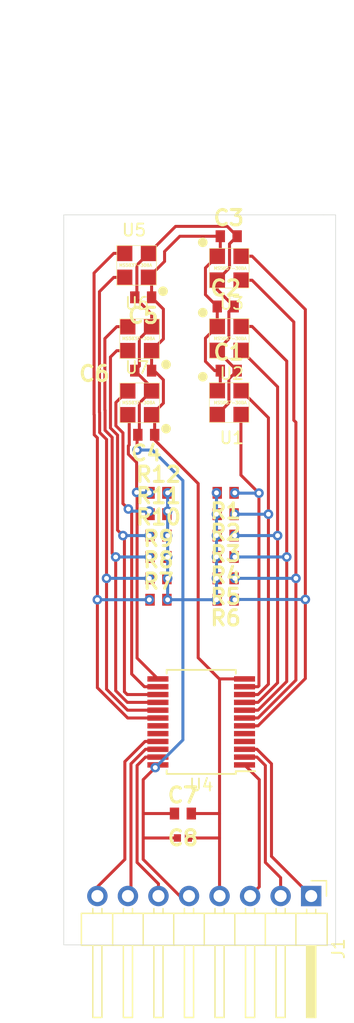
<source format=kicad_pcb>
(kicad_pcb (version 20171130) (host pcbnew "(5.1.12)-1")

  (general
    (thickness 1.6)
    (drawings 5)
    (tracks 276)
    (zones 0)
    (modules 28)
    (nets 25)
  )

  (page A4)
  (layers
    (0 F.Cu signal)
    (31 B.Cu signal)
    (32 B.Adhes user)
    (33 F.Adhes user)
    (34 B.Paste user)
    (35 F.Paste user)
    (36 B.SilkS user)
    (37 F.SilkS user hide)
    (38 B.Mask user)
    (39 F.Mask user)
    (40 Dwgs.User user)
    (41 Cmts.User user)
    (42 Eco1.User user)
    (43 Eco2.User user)
    (44 Edge.Cuts user)
    (45 Margin user)
    (46 B.CrtYd user)
    (47 F.CrtYd user)
    (48 B.Fab user)
    (49 F.Fab user)
  )

  (setup
    (last_trace_width 0.25)
    (trace_clearance 0.2)
    (zone_clearance 0.508)
    (zone_45_only no)
    (trace_min 0.2)
    (via_size 0.8)
    (via_drill 0.4)
    (via_min_size 0.4)
    (via_min_drill 0.3)
    (uvia_size 0.3)
    (uvia_drill 0.1)
    (uvias_allowed no)
    (uvia_min_size 0.2)
    (uvia_min_drill 0.1)
    (edge_width 0.05)
    (segment_width 0.2)
    (pcb_text_width 0.3)
    (pcb_text_size 1.5 1.5)
    (mod_edge_width 0.12)
    (mod_text_size 1 1)
    (mod_text_width 0.15)
    (pad_size 1.524 1.524)
    (pad_drill 0.762)
    (pad_to_mask_clearance 0)
    (aux_axis_origin 0 0)
    (visible_elements 7FFFFF7F)
    (pcbplotparams
      (layerselection 0x010fc_ffffffff)
      (usegerberextensions false)
      (usegerberattributes true)
      (usegerberadvancedattributes true)
      (creategerberjobfile true)
      (excludeedgelayer true)
      (linewidth 0.100000)
      (plotframeref false)
      (viasonmask false)
      (mode 1)
      (useauxorigin false)
      (hpglpennumber 1)
      (hpglpenspeed 20)
      (hpglpendiameter 15.000000)
      (psnegative false)
      (psa4output false)
      (plotreference true)
      (plotvalue true)
      (plotinvisibletext false)
      (padsonsilk false)
      (subtractmaskfromsilk false)
      (outputformat 1)
      (mirror false)
      (drillshape 1)
      (scaleselection 1)
      (outputdirectory ""))
  )

  (net 0 "")
  (net 1 "Net-(C1-Pad2)")
  (net 2 "Net-(C1-Pad1)")
  (net 3 "Net-(J1-Pad8)")
  (net 4 "Net-(J1-Pad7)")
  (net 5 "Net-(J1-Pad6)")
  (net 6 "Net-(J1-Pad3)")
  (net 7 "Net-(J1-Pad2)")
  (net 8 "Net-(J1-Pad1)")
  (net 9 "Net-(U4-Pad20)")
  (net 10 "Net-(U4-Pad19)")
  (net 11 "Net-(U4-Pad5)")
  (net 12 "Net-(U4-Pad4)")
  (net 13 "Net-(R1-Pad1)")
  (net 14 "Net-(R2-Pad1)")
  (net 15 "Net-(R3-Pad1)")
  (net 16 "Net-(R4-Pad1)")
  (net 17 "Net-(R5-Pad1)")
  (net 18 "Net-(R6-Pad1)")
  (net 19 "Net-(R7-Pad1)")
  (net 20 "Net-(R8-Pad1)")
  (net 21 "Net-(R9-Pad1)")
  (net 22 "Net-(R10-Pad1)")
  (net 23 "Net-(R11-Pad1)")
  (net 24 "Net-(R12-Pad1)")

  (net_class Default "This is the default net class."
    (clearance 0.2)
    (trace_width 0.25)
    (via_dia 0.8)
    (via_drill 0.4)
    (uvia_dia 0.3)
    (uvia_drill 0.1)
    (add_net "Net-(C1-Pad1)")
    (add_net "Net-(C1-Pad2)")
    (add_net "Net-(J1-Pad1)")
    (add_net "Net-(J1-Pad2)")
    (add_net "Net-(J1-Pad3)")
    (add_net "Net-(J1-Pad6)")
    (add_net "Net-(J1-Pad7)")
    (add_net "Net-(J1-Pad8)")
    (add_net "Net-(R1-Pad1)")
    (add_net "Net-(R10-Pad1)")
    (add_net "Net-(R11-Pad1)")
    (add_net "Net-(R12-Pad1)")
    (add_net "Net-(R2-Pad1)")
    (add_net "Net-(R3-Pad1)")
    (add_net "Net-(R4-Pad1)")
    (add_net "Net-(R5-Pad1)")
    (add_net "Net-(R6-Pad1)")
    (add_net "Net-(R7-Pad1)")
    (add_net "Net-(R8-Pad1)")
    (add_net "Net-(R9-Pad1)")
    (add_net "Net-(U4-Pad19)")
    (add_net "Net-(U4-Pad20)")
    (add_net "Net-(U4-Pad4)")
    (add_net "Net-(U4-Pad5)")
  )

  (module HighPressureSensorArray_Footprints:MS5837-30B (layer F.Cu) (tedit 619693FA) (tstamp 6196F4D1)
    (at 148.336 69.85)
    (path /6196C9CA)
    (fp_text reference U7 (at 0 1.27) (layer F.SilkS)
      (effects (font (size 1 1) (thickness 0.15)))
    )
    (fp_text value MS5837 (at -3.048 -18.542) (layer F.Fab)
      (effects (font (size 1 1) (thickness 0.15)))
    )
    (fp_line (start 1.8626 2.5504) (end 1.8626 5.8504) (layer F.SilkS) (width 0.05))
    (fp_line (start -1.4374 5.8504) (end 1.8626 5.8504) (layer F.SilkS) (width 0.05))
    (fp_line (start -1.4374 2.5504) (end 1.8626 2.5504) (layer F.SilkS) (width 0.05))
    (fp_line (start -1.4374 2.5504) (end -1.4374 5.8504) (layer F.SilkS) (width 0.05))
    (fp_circle (center 2.413 6.35) (end 2.613 6.35) (layer F.SilkS) (width 0.4))
    (fp_line (start 1.926 2.469) (end 1.926 5.969) (layer F.CrtYd) (width 0.05))
    (fp_line (start -1.524 5.969) (end 1.926 5.969) (layer F.CrtYd) (width 0.05))
    (fp_line (start -1.524 2.469) (end -1.524 5.969) (layer F.CrtYd) (width 0.05))
    (fp_line (start -1.524 2.469) (end 1.926 2.469) (layer F.CrtYd) (width 0.05))
    (fp_text user MS5837-30BA (at 0.127 4.191) (layer F.SilkS)
      (effects (font (size 0.25 0.25) (thickness 0.0625)))
    )
    (pad 2 smd rect (at 1.2126 3.2004) (size 1.3 1.3) (layers F.Cu F.Paste F.Mask)
      (net 1 "Net-(C1-Pad2)"))
    (pad 1 smd rect (at 1.2126 5.2004) (size 1.3 1.3) (layers F.Cu F.Paste F.Mask)
      (net 2 "Net-(C1-Pad1)"))
    (pad 3 smd rect (at -0.7874 3.2004) (size 1.3 1.3) (layers F.Cu F.Paste F.Mask)
      (net 23 "Net-(R11-Pad1)"))
    (pad 4 smd rect (at -0.7874 5.2004) (size 1.3 1.3) (layers F.Cu F.Paste F.Mask)
      (net 24 "Net-(R12-Pad1)"))
    (model "C:/Users/Aiden/Documents/KiCAD/Underwater Tactile Sensor/V1/MS5837-30BA .step"
      (offset (xyz 0.2 -4.2 0))
      (scale (xyz 1 1 1))
      (rotate (xyz 0 0 0))
    )
  )

  (module HighPressureSensorArray_Footprints:MS5837-30B (layer F.Cu) (tedit 619693FA) (tstamp 6196F4BF)
    (at 148.336 64.516)
    (path /6196C4FA)
    (fp_text reference U6 (at 0 1.27) (layer F.SilkS)
      (effects (font (size 1 1) (thickness 0.15)))
    )
    (fp_text value MS5837 (at -0.254 -23.114) (layer F.Fab)
      (effects (font (size 1 1) (thickness 0.15)))
    )
    (fp_line (start 1.8626 2.5504) (end 1.8626 5.8504) (layer F.SilkS) (width 0.05))
    (fp_line (start -1.4374 5.8504) (end 1.8626 5.8504) (layer F.SilkS) (width 0.05))
    (fp_line (start -1.4374 2.5504) (end 1.8626 2.5504) (layer F.SilkS) (width 0.05))
    (fp_line (start -1.4374 2.5504) (end -1.4374 5.8504) (layer F.SilkS) (width 0.05))
    (fp_circle (center 2.413 6.35) (end 2.613 6.35) (layer F.SilkS) (width 0.4))
    (fp_line (start 1.926 2.469) (end 1.926 5.969) (layer F.CrtYd) (width 0.05))
    (fp_line (start -1.524 5.969) (end 1.926 5.969) (layer F.CrtYd) (width 0.05))
    (fp_line (start -1.524 2.469) (end -1.524 5.969) (layer F.CrtYd) (width 0.05))
    (fp_line (start -1.524 2.469) (end 1.926 2.469) (layer F.CrtYd) (width 0.05))
    (fp_text user MS5837-30BA (at 0.127 4.191) (layer F.SilkS)
      (effects (font (size 0.25 0.25) (thickness 0.0625)))
    )
    (pad 2 smd rect (at 1.2126 3.2004) (size 1.3 1.3) (layers F.Cu F.Paste F.Mask)
      (net 1 "Net-(C1-Pad2)"))
    (pad 1 smd rect (at 1.2126 5.2004) (size 1.3 1.3) (layers F.Cu F.Paste F.Mask)
      (net 2 "Net-(C1-Pad1)"))
    (pad 3 smd rect (at -0.7874 3.2004) (size 1.3 1.3) (layers F.Cu F.Paste F.Mask)
      (net 21 "Net-(R9-Pad1)"))
    (pad 4 smd rect (at -0.7874 5.2004) (size 1.3 1.3) (layers F.Cu F.Paste F.Mask)
      (net 22 "Net-(R10-Pad1)"))
    (model "C:/Users/Aiden/Documents/KiCAD/Underwater Tactile Sensor/V1/MS5837-30BA .step"
      (offset (xyz 0.2 -4.2 0))
      (scale (xyz 1 1 1))
      (rotate (xyz 0 0 0))
    )
  )

  (module HighPressureSensorArray_Footprints:MS5837-30B (layer F.Cu) (tedit 619693FA) (tstamp 6196F4AD)
    (at 148.082 58.42)
    (path /6196B9D1)
    (fp_text reference U5 (at 0 1.27) (layer F.SilkS)
      (effects (font (size 1 1) (thickness 0.15)))
    )
    (fp_text value MS5837 (at 1.016 -13.97) (layer F.Fab)
      (effects (font (size 1 1) (thickness 0.15)))
    )
    (fp_line (start 1.8626 2.5504) (end 1.8626 5.8504) (layer F.SilkS) (width 0.05))
    (fp_line (start -1.4374 5.8504) (end 1.8626 5.8504) (layer F.SilkS) (width 0.05))
    (fp_line (start -1.4374 2.5504) (end 1.8626 2.5504) (layer F.SilkS) (width 0.05))
    (fp_line (start -1.4374 2.5504) (end -1.4374 5.8504) (layer F.SilkS) (width 0.05))
    (fp_circle (center 2.413 6.35) (end 2.613 6.35) (layer F.SilkS) (width 0.4))
    (fp_line (start 1.926 2.469) (end 1.926 5.969) (layer F.CrtYd) (width 0.05))
    (fp_line (start -1.524 5.969) (end 1.926 5.969) (layer F.CrtYd) (width 0.05))
    (fp_line (start -1.524 2.469) (end -1.524 5.969) (layer F.CrtYd) (width 0.05))
    (fp_line (start -1.524 2.469) (end 1.926 2.469) (layer F.CrtYd) (width 0.05))
    (fp_text user MS5837-30BA (at 0.127 4.191) (layer F.SilkS)
      (effects (font (size 0.25 0.25) (thickness 0.0625)))
    )
    (pad 2 smd rect (at 1.2126 3.2004) (size 1.3 1.3) (layers F.Cu F.Paste F.Mask)
      (net 1 "Net-(C1-Pad2)"))
    (pad 1 smd rect (at 1.2126 5.2004) (size 1.3 1.3) (layers F.Cu F.Paste F.Mask)
      (net 2 "Net-(C1-Pad1)"))
    (pad 3 smd rect (at -0.7874 3.2004) (size 1.3 1.3) (layers F.Cu F.Paste F.Mask)
      (net 19 "Net-(R7-Pad1)"))
    (pad 4 smd rect (at -0.7874 5.2004) (size 1.3 1.3) (layers F.Cu F.Paste F.Mask)
      (net 20 "Net-(R8-Pad1)"))
    (model "C:/Users/Aiden/Documents/KiCAD/Underwater Tactile Sensor/V1/MS5837-30BA .step"
      (offset (xyz 0.2 -4.2 0))
      (scale (xyz 1 1 1))
      (rotate (xyz 0 0 0))
    )
  )

  (module Package_SO:SSOP-24_5.3x8.2mm_P0.65mm (layer F.Cu) (tedit 5A02F25C) (tstamp 6196F49B)
    (at 153.67 100.584 180)
    (descr "24-Lead Plastic Shrink Small Outline (SS)-5.30 mm Body [SSOP] (see Microchip Packaging Specification 00000049BS.pdf)")
    (tags "SSOP 0.65")
    (path /61980A16)
    (attr smd)
    (fp_text reference U4 (at 0 -5.25) (layer F.SilkS)
      (effects (font (size 1 1) (thickness 0.15)))
    )
    (fp_text value PCA9548ADB (at 0 5.25) (layer F.Fab)
      (effects (font (size 1 1) (thickness 0.15)))
    )
    (fp_line (start -2.875 -4.1) (end -4.475 -4.1) (layer F.SilkS) (width 0.15))
    (fp_line (start -2.875 4.325) (end 2.875 4.325) (layer F.SilkS) (width 0.15))
    (fp_line (start -2.875 -4.325) (end 2.875 -4.325) (layer F.SilkS) (width 0.15))
    (fp_line (start -2.875 4.325) (end -2.875 4.025) (layer F.SilkS) (width 0.15))
    (fp_line (start 2.875 4.325) (end 2.875 4.025) (layer F.SilkS) (width 0.15))
    (fp_line (start 2.875 -4.325) (end 2.875 -4.025) (layer F.SilkS) (width 0.15))
    (fp_line (start -2.875 -4.325) (end -2.875 -4.1) (layer F.SilkS) (width 0.15))
    (fp_line (start -4.75 4.5) (end 4.75 4.5) (layer F.CrtYd) (width 0.05))
    (fp_line (start -4.75 -4.5) (end 4.75 -4.5) (layer F.CrtYd) (width 0.05))
    (fp_line (start 4.75 -4.5) (end 4.75 4.5) (layer F.CrtYd) (width 0.05))
    (fp_line (start -4.75 -4.5) (end -4.75 4.5) (layer F.CrtYd) (width 0.05))
    (fp_line (start -2.65 -3.1) (end -1.65 -4.1) (layer F.Fab) (width 0.15))
    (fp_line (start -2.65 4.1) (end -2.65 -3.1) (layer F.Fab) (width 0.15))
    (fp_line (start 2.65 4.1) (end -2.65 4.1) (layer F.Fab) (width 0.15))
    (fp_line (start 2.65 -4.1) (end 2.65 4.1) (layer F.Fab) (width 0.15))
    (fp_line (start -1.65 -4.1) (end 2.65 -4.1) (layer F.Fab) (width 0.15))
    (fp_text user %R (at 0 0) (layer F.Fab)
      (effects (font (size 0.8 0.8) (thickness 0.15)))
    )
    (pad 24 smd rect (at 3.6 -3.575 180) (size 1.75 0.45) (layers F.Cu F.Paste F.Mask)
      (net 1 "Net-(C1-Pad2)"))
    (pad 23 smd rect (at 3.6 -2.925 180) (size 1.75 0.45) (layers F.Cu F.Paste F.Mask)
      (net 5 "Net-(J1-Pad6)"))
    (pad 22 smd rect (at 3.6 -2.275 180) (size 1.75 0.45) (layers F.Cu F.Paste F.Mask)
      (net 4 "Net-(J1-Pad7)"))
    (pad 21 smd rect (at 3.6 -1.625 180) (size 1.75 0.45) (layers F.Cu F.Paste F.Mask)
      (net 3 "Net-(J1-Pad8)"))
    (pad 20 smd rect (at 3.6 -0.975 180) (size 1.75 0.45) (layers F.Cu F.Paste F.Mask)
      (net 9 "Net-(U4-Pad20)"))
    (pad 19 smd rect (at 3.6 -0.325 180) (size 1.75 0.45) (layers F.Cu F.Paste F.Mask)
      (net 10 "Net-(U4-Pad19)"))
    (pad 18 smd rect (at 3.6 0.325 180) (size 1.75 0.45) (layers F.Cu F.Paste F.Mask)
      (net 19 "Net-(R7-Pad1)"))
    (pad 17 smd rect (at 3.6 0.975 180) (size 1.75 0.45) (layers F.Cu F.Paste F.Mask)
      (net 20 "Net-(R8-Pad1)"))
    (pad 16 smd rect (at 3.6 1.625 180) (size 1.75 0.45) (layers F.Cu F.Paste F.Mask)
      (net 21 "Net-(R9-Pad1)"))
    (pad 15 smd rect (at 3.6 2.275 180) (size 1.75 0.45) (layers F.Cu F.Paste F.Mask)
      (net 22 "Net-(R10-Pad1)"))
    (pad 14 smd rect (at 3.6 2.925 180) (size 1.75 0.45) (layers F.Cu F.Paste F.Mask)
      (net 23 "Net-(R11-Pad1)"))
    (pad 13 smd rect (at 3.6 3.575 180) (size 1.75 0.45) (layers F.Cu F.Paste F.Mask)
      (net 24 "Net-(R12-Pad1)"))
    (pad 12 smd rect (at -3.6 3.575 180) (size 1.75 0.45) (layers F.Cu F.Paste F.Mask)
      (net 2 "Net-(C1-Pad1)"))
    (pad 11 smd rect (at -3.6 2.925 180) (size 1.75 0.45) (layers F.Cu F.Paste F.Mask)
      (net 13 "Net-(R1-Pad1)"))
    (pad 10 smd rect (at -3.6 2.275 180) (size 1.75 0.45) (layers F.Cu F.Paste F.Mask)
      (net 14 "Net-(R2-Pad1)"))
    (pad 9 smd rect (at -3.6 1.625 180) (size 1.75 0.45) (layers F.Cu F.Paste F.Mask)
      (net 15 "Net-(R3-Pad1)"))
    (pad 8 smd rect (at -3.6 0.975 180) (size 1.75 0.45) (layers F.Cu F.Paste F.Mask)
      (net 16 "Net-(R4-Pad1)"))
    (pad 7 smd rect (at -3.6 0.325 180) (size 1.75 0.45) (layers F.Cu F.Paste F.Mask)
      (net 17 "Net-(R5-Pad1)"))
    (pad 6 smd rect (at -3.6 -0.325 180) (size 1.75 0.45) (layers F.Cu F.Paste F.Mask)
      (net 18 "Net-(R6-Pad1)"))
    (pad 5 smd rect (at -3.6 -0.975 180) (size 1.75 0.45) (layers F.Cu F.Paste F.Mask)
      (net 11 "Net-(U4-Pad5)"))
    (pad 4 smd rect (at -3.6 -1.625 180) (size 1.75 0.45) (layers F.Cu F.Paste F.Mask)
      (net 12 "Net-(U4-Pad4)"))
    (pad 3 smd rect (at -3.6 -2.275 180) (size 1.75 0.45) (layers F.Cu F.Paste F.Mask)
      (net 8 "Net-(J1-Pad1)"))
    (pad 2 smd rect (at -3.6 -2.925 180) (size 1.75 0.45) (layers F.Cu F.Paste F.Mask)
      (net 7 "Net-(J1-Pad2)"))
    (pad 1 smd rect (at -3.6 -3.575 180) (size 1.75 0.45) (layers F.Cu F.Paste F.Mask)
      (net 6 "Net-(J1-Pad3)"))
    (model ${KISYS3DMOD}/Package_SO.3dshapes/SSOP-24_5.3x8.2mm_P0.65mm.wrl
      (at (xyz 0 0 0))
      (scale (xyz 1 1 1))
      (rotate (xyz 0 0 0))
    )
  )

  (module HighPressureSensorArray_Footprints:MS5837-30B (layer F.Cu) (tedit 619693FA) (tstamp 6196F46E)
    (at 156.21 67.056 180)
    (path /619683A4)
    (fp_text reference U3 (at 0 1.27) (layer F.SilkS)
      (effects (font (size 1 1) (thickness 0.15)))
    )
    (fp_text value MS5837 (at -5.334 19.05) (layer F.Fab) hide
      (effects (font (size 1 1) (thickness 0.15)))
    )
    (fp_line (start 1.8626 2.5504) (end 1.8626 5.8504) (layer F.SilkS) (width 0.05))
    (fp_line (start -1.4374 5.8504) (end 1.8626 5.8504) (layer F.SilkS) (width 0.05))
    (fp_line (start -1.4374 2.5504) (end 1.8626 2.5504) (layer F.SilkS) (width 0.05))
    (fp_line (start -1.4374 2.5504) (end -1.4374 5.8504) (layer F.SilkS) (width 0.05))
    (fp_circle (center 2.413 6.35) (end 2.613 6.35) (layer F.SilkS) (width 0.4))
    (fp_line (start 1.926 2.469) (end 1.926 5.969) (layer F.CrtYd) (width 0.05))
    (fp_line (start -1.524 5.969) (end 1.926 5.969) (layer F.CrtYd) (width 0.05))
    (fp_line (start -1.524 2.469) (end -1.524 5.969) (layer F.CrtYd) (width 0.05))
    (fp_line (start -1.524 2.469) (end 1.926 2.469) (layer F.CrtYd) (width 0.05))
    (fp_text user MS5837-30BA (at 0.127 4.191) (layer F.SilkS)
      (effects (font (size 0.25 0.25) (thickness 0.0625)))
    )
    (pad 2 smd rect (at 1.2126 3.2004 180) (size 1.3 1.3) (layers F.Cu F.Paste F.Mask)
      (net 1 "Net-(C1-Pad2)"))
    (pad 1 smd rect (at 1.2126 5.2004 180) (size 1.3 1.3) (layers F.Cu F.Paste F.Mask)
      (net 2 "Net-(C1-Pad1)"))
    (pad 3 smd rect (at -0.7874 3.2004 180) (size 1.3 1.3) (layers F.Cu F.Paste F.Mask)
      (net 17 "Net-(R5-Pad1)"))
    (pad 4 smd rect (at -0.7874 5.2004 180) (size 1.3 1.3) (layers F.Cu F.Paste F.Mask)
      (net 18 "Net-(R6-Pad1)"))
    (model "C:/Users/Aiden/Documents/KiCAD/Underwater Tactile Sensor/V1/MS5837-30BA .step"
      (offset (xyz 0.2 -4.2 0))
      (scale (xyz 1 1 1))
      (rotate (xyz 0 0 0))
    )
  )

  (module HighPressureSensorArray_Footprints:MS5837-30B (layer F.Cu) (tedit 619693FA) (tstamp 6196F45C)
    (at 156.21 72.898 180)
    (path /6196A989)
    (fp_text reference U2 (at 0 1.27) (layer F.SilkS)
      (effects (font (size 1 1) (thickness 0.15)))
    )
    (fp_text value MS5837 (at -0.254 28.448) (layer F.Fab)
      (effects (font (size 1 1) (thickness 0.15)))
    )
    (fp_line (start 1.8626 2.5504) (end 1.8626 5.8504) (layer F.SilkS) (width 0.05))
    (fp_line (start -1.4374 5.8504) (end 1.8626 5.8504) (layer F.SilkS) (width 0.05))
    (fp_line (start -1.4374 2.5504) (end 1.8626 2.5504) (layer F.SilkS) (width 0.05))
    (fp_line (start -1.4374 2.5504) (end -1.4374 5.8504) (layer F.SilkS) (width 0.05))
    (fp_circle (center 2.413 6.35) (end 2.613 6.35) (layer F.SilkS) (width 0.4))
    (fp_line (start 1.926 2.469) (end 1.926 5.969) (layer F.CrtYd) (width 0.05))
    (fp_line (start -1.524 5.969) (end 1.926 5.969) (layer F.CrtYd) (width 0.05))
    (fp_line (start -1.524 2.469) (end -1.524 5.969) (layer F.CrtYd) (width 0.05))
    (fp_line (start -1.524 2.469) (end 1.926 2.469) (layer F.CrtYd) (width 0.05))
    (fp_text user MS5837-30BA (at 0.127 4.191) (layer F.SilkS)
      (effects (font (size 0.25 0.25) (thickness 0.0625)))
    )
    (pad 2 smd rect (at 1.2126 3.2004 180) (size 1.3 1.3) (layers F.Cu F.Paste F.Mask)
      (net 1 "Net-(C1-Pad2)"))
    (pad 1 smd rect (at 1.2126 5.2004 180) (size 1.3 1.3) (layers F.Cu F.Paste F.Mask)
      (net 2 "Net-(C1-Pad1)"))
    (pad 3 smd rect (at -0.7874 3.2004 180) (size 1.3 1.3) (layers F.Cu F.Paste F.Mask)
      (net 15 "Net-(R3-Pad1)"))
    (pad 4 smd rect (at -0.7874 5.2004 180) (size 1.3 1.3) (layers F.Cu F.Paste F.Mask)
      (net 16 "Net-(R4-Pad1)"))
    (model "C:/Users/Aiden/Documents/KiCAD/Underwater Tactile Sensor/V1/MS5837-30BA .step"
      (offset (xyz 0.2 -4.2 0))
      (scale (xyz 1 1 1))
      (rotate (xyz 0 0 0))
    )
  )

  (module HighPressureSensorArray_Footprints:MS5837-30B (layer F.Cu) (tedit 619693FA) (tstamp 6196F44A)
    (at 156.21 78.232 180)
    (path /6196B0CE)
    (fp_text reference U1 (at 0 1.27) (layer F.SilkS)
      (effects (font (size 1 1) (thickness 0.15)))
    )
    (fp_text value MS5837 (at -7.112 32.766) (layer F.Fab)
      (effects (font (size 1 1) (thickness 0.15)))
    )
    (fp_line (start 1.8626 2.5504) (end 1.8626 5.8504) (layer F.SilkS) (width 0.05))
    (fp_line (start -1.4374 5.8504) (end 1.8626 5.8504) (layer F.SilkS) (width 0.05))
    (fp_line (start -1.4374 2.5504) (end 1.8626 2.5504) (layer F.SilkS) (width 0.05))
    (fp_line (start -1.4374 2.5504) (end -1.4374 5.8504) (layer F.SilkS) (width 0.05))
    (fp_circle (center 2.413 6.35) (end 2.613 6.35) (layer F.SilkS) (width 0.4))
    (fp_line (start 1.926 2.469) (end 1.926 5.969) (layer F.CrtYd) (width 0.05))
    (fp_line (start -1.524 5.969) (end 1.926 5.969) (layer F.CrtYd) (width 0.05))
    (fp_line (start -1.524 2.469) (end -1.524 5.969) (layer F.CrtYd) (width 0.05))
    (fp_line (start -1.524 2.469) (end 1.926 2.469) (layer F.CrtYd) (width 0.05))
    (fp_text user MS5837-30BA (at 0.127 4.191) (layer F.SilkS)
      (effects (font (size 0.25 0.25) (thickness 0.0625)))
    )
    (pad 2 smd rect (at 1.2126 3.2004 180) (size 1.3 1.3) (layers F.Cu F.Paste F.Mask)
      (net 1 "Net-(C1-Pad2)"))
    (pad 1 smd rect (at 1.2126 5.2004 180) (size 1.3 1.3) (layers F.Cu F.Paste F.Mask)
      (net 2 "Net-(C1-Pad1)"))
    (pad 3 smd rect (at -0.7874 3.2004 180) (size 1.3 1.3) (layers F.Cu F.Paste F.Mask)
      (net 13 "Net-(R1-Pad1)"))
    (pad 4 smd rect (at -0.7874 5.2004 180) (size 1.3 1.3) (layers F.Cu F.Paste F.Mask)
      (net 14 "Net-(R2-Pad1)"))
    (model "C:/Users/Aiden/Documents/KiCAD/Underwater Tactile Sensor/V1/MS5837-30BA .step"
      (offset (xyz 0.2 -4.2 0))
      (scale (xyz 1 1 1))
      (rotate (xyz 0 0 0))
    )
  )

  (module Connector_PinHeader_2.54mm:PinHeader_1x08_P2.54mm_Horizontal (layer F.Cu) (tedit 59FED5CB) (tstamp 6196F438)
    (at 162.814 115.062 270)
    (descr "Through hole angled pin header, 1x08, 2.54mm pitch, 6mm pin length, single row")
    (tags "Through hole angled pin header THT 1x08 2.54mm single row")
    (path /61992DA7)
    (fp_text reference J1 (at 4.385 -2.27 90) (layer F.SilkS)
      (effects (font (size 1 1) (thickness 0.15)))
    )
    (fp_text value Conn_01x08 (at 4.385 20.05 90) (layer F.Fab)
      (effects (font (size 1 1) (thickness 0.15)))
    )
    (fp_line (start 10.55 -1.8) (end -1.8 -1.8) (layer F.CrtYd) (width 0.05))
    (fp_line (start 10.55 19.55) (end 10.55 -1.8) (layer F.CrtYd) (width 0.05))
    (fp_line (start -1.8 19.55) (end 10.55 19.55) (layer F.CrtYd) (width 0.05))
    (fp_line (start -1.8 -1.8) (end -1.8 19.55) (layer F.CrtYd) (width 0.05))
    (fp_line (start -1.27 -1.27) (end 0 -1.27) (layer F.SilkS) (width 0.12))
    (fp_line (start -1.27 0) (end -1.27 -1.27) (layer F.SilkS) (width 0.12))
    (fp_line (start 1.042929 18.16) (end 1.44 18.16) (layer F.SilkS) (width 0.12))
    (fp_line (start 1.042929 17.4) (end 1.44 17.4) (layer F.SilkS) (width 0.12))
    (fp_line (start 10.1 18.16) (end 4.1 18.16) (layer F.SilkS) (width 0.12))
    (fp_line (start 10.1 17.4) (end 10.1 18.16) (layer F.SilkS) (width 0.12))
    (fp_line (start 4.1 17.4) (end 10.1 17.4) (layer F.SilkS) (width 0.12))
    (fp_line (start 1.44 16.51) (end 4.1 16.51) (layer F.SilkS) (width 0.12))
    (fp_line (start 1.042929 15.62) (end 1.44 15.62) (layer F.SilkS) (width 0.12))
    (fp_line (start 1.042929 14.86) (end 1.44 14.86) (layer F.SilkS) (width 0.12))
    (fp_line (start 10.1 15.62) (end 4.1 15.62) (layer F.SilkS) (width 0.12))
    (fp_line (start 10.1 14.86) (end 10.1 15.62) (layer F.SilkS) (width 0.12))
    (fp_line (start 4.1 14.86) (end 10.1 14.86) (layer F.SilkS) (width 0.12))
    (fp_line (start 1.44 13.97) (end 4.1 13.97) (layer F.SilkS) (width 0.12))
    (fp_line (start 1.042929 13.08) (end 1.44 13.08) (layer F.SilkS) (width 0.12))
    (fp_line (start 1.042929 12.32) (end 1.44 12.32) (layer F.SilkS) (width 0.12))
    (fp_line (start 10.1 13.08) (end 4.1 13.08) (layer F.SilkS) (width 0.12))
    (fp_line (start 10.1 12.32) (end 10.1 13.08) (layer F.SilkS) (width 0.12))
    (fp_line (start 4.1 12.32) (end 10.1 12.32) (layer F.SilkS) (width 0.12))
    (fp_line (start 1.44 11.43) (end 4.1 11.43) (layer F.SilkS) (width 0.12))
    (fp_line (start 1.042929 10.54) (end 1.44 10.54) (layer F.SilkS) (width 0.12))
    (fp_line (start 1.042929 9.78) (end 1.44 9.78) (layer F.SilkS) (width 0.12))
    (fp_line (start 10.1 10.54) (end 4.1 10.54) (layer F.SilkS) (width 0.12))
    (fp_line (start 10.1 9.78) (end 10.1 10.54) (layer F.SilkS) (width 0.12))
    (fp_line (start 4.1 9.78) (end 10.1 9.78) (layer F.SilkS) (width 0.12))
    (fp_line (start 1.44 8.89) (end 4.1 8.89) (layer F.SilkS) (width 0.12))
    (fp_line (start 1.042929 8) (end 1.44 8) (layer F.SilkS) (width 0.12))
    (fp_line (start 1.042929 7.24) (end 1.44 7.24) (layer F.SilkS) (width 0.12))
    (fp_line (start 10.1 8) (end 4.1 8) (layer F.SilkS) (width 0.12))
    (fp_line (start 10.1 7.24) (end 10.1 8) (layer F.SilkS) (width 0.12))
    (fp_line (start 4.1 7.24) (end 10.1 7.24) (layer F.SilkS) (width 0.12))
    (fp_line (start 1.44 6.35) (end 4.1 6.35) (layer F.SilkS) (width 0.12))
    (fp_line (start 1.042929 5.46) (end 1.44 5.46) (layer F.SilkS) (width 0.12))
    (fp_line (start 1.042929 4.7) (end 1.44 4.7) (layer F.SilkS) (width 0.12))
    (fp_line (start 10.1 5.46) (end 4.1 5.46) (layer F.SilkS) (width 0.12))
    (fp_line (start 10.1 4.7) (end 10.1 5.46) (layer F.SilkS) (width 0.12))
    (fp_line (start 4.1 4.7) (end 10.1 4.7) (layer F.SilkS) (width 0.12))
    (fp_line (start 1.44 3.81) (end 4.1 3.81) (layer F.SilkS) (width 0.12))
    (fp_line (start 1.042929 2.92) (end 1.44 2.92) (layer F.SilkS) (width 0.12))
    (fp_line (start 1.042929 2.16) (end 1.44 2.16) (layer F.SilkS) (width 0.12))
    (fp_line (start 10.1 2.92) (end 4.1 2.92) (layer F.SilkS) (width 0.12))
    (fp_line (start 10.1 2.16) (end 10.1 2.92) (layer F.SilkS) (width 0.12))
    (fp_line (start 4.1 2.16) (end 10.1 2.16) (layer F.SilkS) (width 0.12))
    (fp_line (start 1.44 1.27) (end 4.1 1.27) (layer F.SilkS) (width 0.12))
    (fp_line (start 1.11 0.38) (end 1.44 0.38) (layer F.SilkS) (width 0.12))
    (fp_line (start 1.11 -0.38) (end 1.44 -0.38) (layer F.SilkS) (width 0.12))
    (fp_line (start 4.1 0.28) (end 10.1 0.28) (layer F.SilkS) (width 0.12))
    (fp_line (start 4.1 0.16) (end 10.1 0.16) (layer F.SilkS) (width 0.12))
    (fp_line (start 4.1 0.04) (end 10.1 0.04) (layer F.SilkS) (width 0.12))
    (fp_line (start 4.1 -0.08) (end 10.1 -0.08) (layer F.SilkS) (width 0.12))
    (fp_line (start 4.1 -0.2) (end 10.1 -0.2) (layer F.SilkS) (width 0.12))
    (fp_line (start 4.1 -0.32) (end 10.1 -0.32) (layer F.SilkS) (width 0.12))
    (fp_line (start 10.1 0.38) (end 4.1 0.38) (layer F.SilkS) (width 0.12))
    (fp_line (start 10.1 -0.38) (end 10.1 0.38) (layer F.SilkS) (width 0.12))
    (fp_line (start 4.1 -0.38) (end 10.1 -0.38) (layer F.SilkS) (width 0.12))
    (fp_line (start 4.1 -1.33) (end 1.44 -1.33) (layer F.SilkS) (width 0.12))
    (fp_line (start 4.1 19.11) (end 4.1 -1.33) (layer F.SilkS) (width 0.12))
    (fp_line (start 1.44 19.11) (end 4.1 19.11) (layer F.SilkS) (width 0.12))
    (fp_line (start 1.44 -1.33) (end 1.44 19.11) (layer F.SilkS) (width 0.12))
    (fp_line (start 4.04 18.1) (end 10.04 18.1) (layer F.Fab) (width 0.1))
    (fp_line (start 10.04 17.46) (end 10.04 18.1) (layer F.Fab) (width 0.1))
    (fp_line (start 4.04 17.46) (end 10.04 17.46) (layer F.Fab) (width 0.1))
    (fp_line (start -0.32 18.1) (end 1.5 18.1) (layer F.Fab) (width 0.1))
    (fp_line (start -0.32 17.46) (end -0.32 18.1) (layer F.Fab) (width 0.1))
    (fp_line (start -0.32 17.46) (end 1.5 17.46) (layer F.Fab) (width 0.1))
    (fp_line (start 4.04 15.56) (end 10.04 15.56) (layer F.Fab) (width 0.1))
    (fp_line (start 10.04 14.92) (end 10.04 15.56) (layer F.Fab) (width 0.1))
    (fp_line (start 4.04 14.92) (end 10.04 14.92) (layer F.Fab) (width 0.1))
    (fp_line (start -0.32 15.56) (end 1.5 15.56) (layer F.Fab) (width 0.1))
    (fp_line (start -0.32 14.92) (end -0.32 15.56) (layer F.Fab) (width 0.1))
    (fp_line (start -0.32 14.92) (end 1.5 14.92) (layer F.Fab) (width 0.1))
    (fp_line (start 4.04 13.02) (end 10.04 13.02) (layer F.Fab) (width 0.1))
    (fp_line (start 10.04 12.38) (end 10.04 13.02) (layer F.Fab) (width 0.1))
    (fp_line (start 4.04 12.38) (end 10.04 12.38) (layer F.Fab) (width 0.1))
    (fp_line (start -0.32 13.02) (end 1.5 13.02) (layer F.Fab) (width 0.1))
    (fp_line (start -0.32 12.38) (end -0.32 13.02) (layer F.Fab) (width 0.1))
    (fp_line (start -0.32 12.38) (end 1.5 12.38) (layer F.Fab) (width 0.1))
    (fp_line (start 4.04 10.48) (end 10.04 10.48) (layer F.Fab) (width 0.1))
    (fp_line (start 10.04 9.84) (end 10.04 10.48) (layer F.Fab) (width 0.1))
    (fp_line (start 4.04 9.84) (end 10.04 9.84) (layer F.Fab) (width 0.1))
    (fp_line (start -0.32 10.48) (end 1.5 10.48) (layer F.Fab) (width 0.1))
    (fp_line (start -0.32 9.84) (end -0.32 10.48) (layer F.Fab) (width 0.1))
    (fp_line (start -0.32 9.84) (end 1.5 9.84) (layer F.Fab) (width 0.1))
    (fp_line (start 4.04 7.94) (end 10.04 7.94) (layer F.Fab) (width 0.1))
    (fp_line (start 10.04 7.3) (end 10.04 7.94) (layer F.Fab) (width 0.1))
    (fp_line (start 4.04 7.3) (end 10.04 7.3) (layer F.Fab) (width 0.1))
    (fp_line (start -0.32 7.94) (end 1.5 7.94) (layer F.Fab) (width 0.1))
    (fp_line (start -0.32 7.3) (end -0.32 7.94) (layer F.Fab) (width 0.1))
    (fp_line (start -0.32 7.3) (end 1.5 7.3) (layer F.Fab) (width 0.1))
    (fp_line (start 4.04 5.4) (end 10.04 5.4) (layer F.Fab) (width 0.1))
    (fp_line (start 10.04 4.76) (end 10.04 5.4) (layer F.Fab) (width 0.1))
    (fp_line (start 4.04 4.76) (end 10.04 4.76) (layer F.Fab) (width 0.1))
    (fp_line (start -0.32 5.4) (end 1.5 5.4) (layer F.Fab) (width 0.1))
    (fp_line (start -0.32 4.76) (end -0.32 5.4) (layer F.Fab) (width 0.1))
    (fp_line (start -0.32 4.76) (end 1.5 4.76) (layer F.Fab) (width 0.1))
    (fp_line (start 4.04 2.86) (end 10.04 2.86) (layer F.Fab) (width 0.1))
    (fp_line (start 10.04 2.22) (end 10.04 2.86) (layer F.Fab) (width 0.1))
    (fp_line (start 4.04 2.22) (end 10.04 2.22) (layer F.Fab) (width 0.1))
    (fp_line (start -0.32 2.86) (end 1.5 2.86) (layer F.Fab) (width 0.1))
    (fp_line (start -0.32 2.22) (end -0.32 2.86) (layer F.Fab) (width 0.1))
    (fp_line (start -0.32 2.22) (end 1.5 2.22) (layer F.Fab) (width 0.1))
    (fp_line (start 4.04 0.32) (end 10.04 0.32) (layer F.Fab) (width 0.1))
    (fp_line (start 10.04 -0.32) (end 10.04 0.32) (layer F.Fab) (width 0.1))
    (fp_line (start 4.04 -0.32) (end 10.04 -0.32) (layer F.Fab) (width 0.1))
    (fp_line (start -0.32 0.32) (end 1.5 0.32) (layer F.Fab) (width 0.1))
    (fp_line (start -0.32 -0.32) (end -0.32 0.32) (layer F.Fab) (width 0.1))
    (fp_line (start -0.32 -0.32) (end 1.5 -0.32) (layer F.Fab) (width 0.1))
    (fp_line (start 1.5 -0.635) (end 2.135 -1.27) (layer F.Fab) (width 0.1))
    (fp_line (start 1.5 19.05) (end 1.5 -0.635) (layer F.Fab) (width 0.1))
    (fp_line (start 4.04 19.05) (end 1.5 19.05) (layer F.Fab) (width 0.1))
    (fp_line (start 4.04 -1.27) (end 4.04 19.05) (layer F.Fab) (width 0.1))
    (fp_line (start 2.135 -1.27) (end 4.04 -1.27) (layer F.Fab) (width 0.1))
    (fp_text user %R (at 2.77 8.89) (layer F.Fab)
      (effects (font (size 1 1) (thickness 0.15)))
    )
    (pad 8 thru_hole oval (at 0 17.78 270) (size 1.7 1.7) (drill 1) (layers *.Cu *.Mask)
      (net 3 "Net-(J1-Pad8)"))
    (pad 7 thru_hole oval (at 0 15.24 270) (size 1.7 1.7) (drill 1) (layers *.Cu *.Mask)
      (net 4 "Net-(J1-Pad7)"))
    (pad 6 thru_hole oval (at 0 12.7 270) (size 1.7 1.7) (drill 1) (layers *.Cu *.Mask)
      (net 5 "Net-(J1-Pad6)"))
    (pad 5 thru_hole oval (at 0 10.16 270) (size 1.7 1.7) (drill 1) (layers *.Cu *.Mask)
      (net 1 "Net-(C1-Pad2)"))
    (pad 4 thru_hole oval (at 0 7.62 270) (size 1.7 1.7) (drill 1) (layers *.Cu *.Mask)
      (net 2 "Net-(C1-Pad1)"))
    (pad 3 thru_hole oval (at 0 5.08 270) (size 1.7 1.7) (drill 1) (layers *.Cu *.Mask)
      (net 6 "Net-(J1-Pad3)"))
    (pad 2 thru_hole oval (at 0 2.54 270) (size 1.7 1.7) (drill 1) (layers *.Cu *.Mask)
      (net 7 "Net-(J1-Pad2)"))
    (pad 1 thru_hole rect (at 0 0 270) (size 1.7 1.7) (drill 1) (layers *.Cu *.Mask)
      (net 8 "Net-(J1-Pad1)"))
    (model ${KISYS3DMOD}/Connector_PinHeader_2.54mm.3dshapes/PinHeader_1x08_P2.54mm_Horizontal.wrl
      (at (xyz 0 0 0))
      (scale (xyz 1 1 1))
      (rotate (xyz 0 0 0))
    )
  )

  (module HighPressureSensorArray_Footprints:CAPC1608X90N (layer F.Cu) (tedit 61969955) (tstamp 6196F3B7)
    (at 148.844 71.374 180)
    (descr 0603-1)
    (tags Capacitor)
    (path /6198F41C)
    (attr smd)
    (fp_text reference C6 (at 4.064 -0.254) (layer F.SilkS)
      (effects (font (size 1.27 1.27) (thickness 0.254)))
    )
    (fp_text value 06034C104KAT2A (at 75.5 -3.556) (layer F.SilkS) hide
      (effects (font (size 1.27 1.27) (thickness 0.254)))
    )
    (fp_line (start -1.24 -0.65) (end 1.24 -0.65) (layer F.CrtYd) (width 0.05))
    (fp_line (start 1.24 -0.65) (end 1.24 0.65) (layer F.CrtYd) (width 0.05))
    (fp_line (start 1.24 0.65) (end -1.24 0.65) (layer F.CrtYd) (width 0.05))
    (fp_line (start -1.24 0.65) (end -1.24 -0.65) (layer F.CrtYd) (width 0.05))
    (fp_line (start -0.8 -0.405) (end 0.8 -0.405) (layer F.Fab) (width 0.1))
    (fp_line (start 0.8 -0.405) (end 0.8 0.405) (layer F.Fab) (width 0.1))
    (fp_line (start 0.8 0.405) (end -0.8 0.405) (layer F.Fab) (width 0.1))
    (fp_line (start -0.8 0.405) (end -0.8 -0.405) (layer F.Fab) (width 0.1))
    (pad 2 smd rect (at 0.7 0 180) (size 0.78 0.99) (layers F.Cu F.Paste F.Mask)
      (net 1 "Net-(C1-Pad2)"))
    (pad 1 smd rect (at -0.7 0 180) (size 0.78 0.99) (layers F.Cu F.Paste F.Mask)
      (net 2 "Net-(C1-Pad1)"))
    (model C:\Users\Aiden\Documents\KiCAD\Libraries\SamacSys_Parts.3dshapes\06034C104KAT2A.stp
      (at (xyz 0 0 0))
      (scale (xyz 1 1 1))
      (rotate (xyz 0 0 0))
    )
  )

  (module HighPressureSensorArray_Footprints:CAPC1608X90N (layer F.Cu) (tedit 61969955) (tstamp 6196F3A9)
    (at 148.844 65.278 180)
    (descr 0603-1)
    (tags Capacitor)
    (path /6198E66A)
    (attr smd)
    (fp_text reference C5 (at 0 -1.524) (layer F.SilkS)
      (effects (font (size 1.27 1.27) (thickness 0.254)))
    )
    (fp_text value 06034C104KAT2A (at 77.47 -9.652) (layer F.SilkS) hide
      (effects (font (size 1.27 1.27) (thickness 0.254)))
    )
    (fp_line (start -0.8 0.405) (end -0.8 -0.405) (layer F.Fab) (width 0.1))
    (fp_line (start 0.8 0.405) (end -0.8 0.405) (layer F.Fab) (width 0.1))
    (fp_line (start 0.8 -0.405) (end 0.8 0.405) (layer F.Fab) (width 0.1))
    (fp_line (start -0.8 -0.405) (end 0.8 -0.405) (layer F.Fab) (width 0.1))
    (fp_line (start -1.24 0.65) (end -1.24 -0.65) (layer F.CrtYd) (width 0.05))
    (fp_line (start 1.24 0.65) (end -1.24 0.65) (layer F.CrtYd) (width 0.05))
    (fp_line (start 1.24 -0.65) (end 1.24 0.65) (layer F.CrtYd) (width 0.05))
    (fp_line (start -1.24 -0.65) (end 1.24 -0.65) (layer F.CrtYd) (width 0.05))
    (pad 1 smd rect (at -0.7 0 180) (size 0.78 0.99) (layers F.Cu F.Paste F.Mask)
      (net 2 "Net-(C1-Pad1)"))
    (pad 2 smd rect (at 0.7 0 180) (size 0.78 0.99) (layers F.Cu F.Paste F.Mask)
      (net 1 "Net-(C1-Pad2)"))
    (model C:\Users\Aiden\Documents\KiCAD\Libraries\SamacSys_Parts.3dshapes\06034C104KAT2A.stp
      (at (xyz 0 0 0))
      (scale (xyz 1 1 1))
      (rotate (xyz 0 0 0))
    )
  )

  (module HighPressureSensorArray_Footprints:CAPC1608X90N (layer F.Cu) (tedit 61969955) (tstamp 6196F39B)
    (at 149.098 76.708 180)
    (descr 0603-1)
    (tags Capacitor)
    (path /6198C536)
    (attr smd)
    (fp_text reference C4 (at 0 -1.524) (layer F.SilkS)
      (effects (font (size 1.27 1.27) (thickness 0.254)))
    )
    (fp_text value 06034C104KAT2A (at 76.454 -4.826) (layer F.SilkS) hide
      (effects (font (size 1.27 1.27) (thickness 0.254)))
    )
    (fp_line (start -1.24 -0.65) (end 1.24 -0.65) (layer F.CrtYd) (width 0.05))
    (fp_line (start 1.24 -0.65) (end 1.24 0.65) (layer F.CrtYd) (width 0.05))
    (fp_line (start 1.24 0.65) (end -1.24 0.65) (layer F.CrtYd) (width 0.05))
    (fp_line (start -1.24 0.65) (end -1.24 -0.65) (layer F.CrtYd) (width 0.05))
    (fp_line (start -0.8 -0.405) (end 0.8 -0.405) (layer F.Fab) (width 0.1))
    (fp_line (start 0.8 -0.405) (end 0.8 0.405) (layer F.Fab) (width 0.1))
    (fp_line (start 0.8 0.405) (end -0.8 0.405) (layer F.Fab) (width 0.1))
    (fp_line (start -0.8 0.405) (end -0.8 -0.405) (layer F.Fab) (width 0.1))
    (pad 2 smd rect (at 0.7 0 180) (size 0.78 0.99) (layers F.Cu F.Paste F.Mask)
      (net 1 "Net-(C1-Pad2)"))
    (pad 1 smd rect (at -0.7 0 180) (size 0.78 0.99) (layers F.Cu F.Paste F.Mask)
      (net 2 "Net-(C1-Pad1)"))
    (model C:\Users\Aiden\Documents\KiCAD\Libraries\SamacSys_Parts.3dshapes\06034C104KAT2A.stp
      (at (xyz 0 0 0))
      (scale (xyz 1 1 1))
      (rotate (xyz 0 0 0))
    )
  )

  (module HighPressureSensorArray_Footprints:CAPC1608X90N (layer F.Cu) (tedit 61969955) (tstamp 6196F38D)
    (at 155.956 60.198)
    (descr 0603-1)
    (tags Capacitor)
    (path /6198AA09)
    (attr smd)
    (fp_text reference C3 (at 0 -1.524) (layer F.SilkS)
      (effects (font (size 1.27 1.27) (thickness 0.254)))
    )
    (fp_text value 06034C104KAT2A (at -71.182 -3.81) (layer F.SilkS) hide
      (effects (font (size 1.27 1.27) (thickness 0.254)))
    )
    (fp_line (start -0.8 0.405) (end -0.8 -0.405) (layer F.Fab) (width 0.1))
    (fp_line (start 0.8 0.405) (end -0.8 0.405) (layer F.Fab) (width 0.1))
    (fp_line (start 0.8 -0.405) (end 0.8 0.405) (layer F.Fab) (width 0.1))
    (fp_line (start -0.8 -0.405) (end 0.8 -0.405) (layer F.Fab) (width 0.1))
    (fp_line (start -1.24 0.65) (end -1.24 -0.65) (layer F.CrtYd) (width 0.05))
    (fp_line (start 1.24 0.65) (end -1.24 0.65) (layer F.CrtYd) (width 0.05))
    (fp_line (start 1.24 -0.65) (end 1.24 0.65) (layer F.CrtYd) (width 0.05))
    (fp_line (start -1.24 -0.65) (end 1.24 -0.65) (layer F.CrtYd) (width 0.05))
    (pad 1 smd rect (at -0.7 0) (size 0.78 0.99) (layers F.Cu F.Paste F.Mask)
      (net 2 "Net-(C1-Pad1)"))
    (pad 2 smd rect (at 0.7 0) (size 0.78 0.99) (layers F.Cu F.Paste F.Mask)
      (net 1 "Net-(C1-Pad2)"))
    (model C:\Users\Aiden\Documents\KiCAD\Libraries\SamacSys_Parts.3dshapes\06034C104KAT2A.stp
      (at (xyz 0 0 0))
      (scale (xyz 1 1 1))
      (rotate (xyz 0 0 0))
    )
  )

  (module HighPressureSensorArray_Footprints:CAPC1608X90N (layer F.Cu) (tedit 61969955) (tstamp 6196F37F)
    (at 155.702 66.04)
    (descr 0603-1)
    (tags Capacitor)
    (path /619832FB)
    (attr smd)
    (fp_text reference C2 (at 0 -1.524) (layer F.SilkS)
      (effects (font (size 1.27 1.27) (thickness 0.254)))
    )
    (fp_text value 06034C104KAT2A (at -81.342 6.096) (layer F.SilkS) hide
      (effects (font (size 1.27 1.27) (thickness 0.254)))
    )
    (fp_line (start -1.24 -0.65) (end 1.24 -0.65) (layer F.CrtYd) (width 0.05))
    (fp_line (start 1.24 -0.65) (end 1.24 0.65) (layer F.CrtYd) (width 0.05))
    (fp_line (start 1.24 0.65) (end -1.24 0.65) (layer F.CrtYd) (width 0.05))
    (fp_line (start -1.24 0.65) (end -1.24 -0.65) (layer F.CrtYd) (width 0.05))
    (fp_line (start -0.8 -0.405) (end 0.8 -0.405) (layer F.Fab) (width 0.1))
    (fp_line (start 0.8 -0.405) (end 0.8 0.405) (layer F.Fab) (width 0.1))
    (fp_line (start 0.8 0.405) (end -0.8 0.405) (layer F.Fab) (width 0.1))
    (fp_line (start -0.8 0.405) (end -0.8 -0.405) (layer F.Fab) (width 0.1))
    (pad 2 smd rect (at 0.7 0) (size 0.78 0.99) (layers F.Cu F.Paste F.Mask)
      (net 1 "Net-(C1-Pad2)"))
    (pad 1 smd rect (at -0.7 0) (size 0.78 0.99) (layers F.Cu F.Paste F.Mask)
      (net 2 "Net-(C1-Pad1)"))
    (model C:\Users\Aiden\Documents\KiCAD\Libraries\SamacSys_Parts.3dshapes\06034C104KAT2A.stp
      (at (xyz 0 0 0))
      (scale (xyz 1 1 1))
      (rotate (xyz 0 0 0))
    )
  )

  (module HighPressureSensorArray_Footprints:CAPC1608X90N (layer F.Cu) (tedit 61969955) (tstamp 6196F371)
    (at 155.956 71.374)
    (descr 0603-1)
    (tags Capacitor)
    (path /6198B603)
    (attr smd)
    (fp_text reference C1 (at 0 -1.524) (layer F.SilkS)
      (effects (font (size 1.27 1.27) (thickness 0.254)))
    )
    (fp_text value 06034C104KAT2A (at -62.038 -7.112) (layer F.SilkS) hide
      (effects (font (size 1.27 1.27) (thickness 0.254)))
    )
    (fp_line (start -1.24 -0.65) (end 1.24 -0.65) (layer F.CrtYd) (width 0.05))
    (fp_line (start 1.24 -0.65) (end 1.24 0.65) (layer F.CrtYd) (width 0.05))
    (fp_line (start 1.24 0.65) (end -1.24 0.65) (layer F.CrtYd) (width 0.05))
    (fp_line (start -1.24 0.65) (end -1.24 -0.65) (layer F.CrtYd) (width 0.05))
    (fp_line (start -0.8 -0.405) (end 0.8 -0.405) (layer F.Fab) (width 0.1))
    (fp_line (start 0.8 -0.405) (end 0.8 0.405) (layer F.Fab) (width 0.1))
    (fp_line (start 0.8 0.405) (end -0.8 0.405) (layer F.Fab) (width 0.1))
    (fp_line (start -0.8 0.405) (end -0.8 -0.405) (layer F.Fab) (width 0.1))
    (pad 2 smd rect (at 0.7 0) (size 0.78 0.99) (layers F.Cu F.Paste F.Mask)
      (net 1 "Net-(C1-Pad2)"))
    (pad 1 smd rect (at -0.7 0) (size 0.78 0.99) (layers F.Cu F.Paste F.Mask)
      (net 2 "Net-(C1-Pad1)"))
    (model C:\Users\Aiden\Documents\KiCAD\Libraries\SamacSys_Parts.3dshapes\06034C104KAT2A.stp
      (at (xyz 0 0 0))
      (scale (xyz 1 1 1))
      (rotate (xyz 0 0 0))
    )
  )

  (module SamacSys_Parts:CAPC1608X90N (layer F.Cu) (tedit 61969955) (tstamp 61A971A7)
    (at 155.702 81.534 180)
    (descr 0603-1)
    (tags Capacitor)
    (path /61BA7CA2)
    (attr smd)
    (fp_text reference R1 (at 0 -1.524) (layer F.SilkS)
      (effects (font (size 1.27 1.27) (thickness 0.254)))
    )
    (fp_text value R (at 0 -3.429) (layer F.SilkS) hide
      (effects (font (size 1.27 1.27) (thickness 0.254)))
    )
    (fp_line (start -0.8 0.405) (end -0.8 -0.405) (layer F.Fab) (width 0.1))
    (fp_line (start 0.8 0.405) (end -0.8 0.405) (layer F.Fab) (width 0.1))
    (fp_line (start 0.8 -0.405) (end 0.8 0.405) (layer F.Fab) (width 0.1))
    (fp_line (start -0.8 -0.405) (end 0.8 -0.405) (layer F.Fab) (width 0.1))
    (fp_line (start -1.24 0.65) (end -1.24 -0.65) (layer F.CrtYd) (width 0.05))
    (fp_line (start 1.24 0.65) (end -1.24 0.65) (layer F.CrtYd) (width 0.05))
    (fp_line (start 1.24 -0.65) (end 1.24 0.65) (layer F.CrtYd) (width 0.05))
    (fp_line (start -1.24 -0.65) (end 1.24 -0.65) (layer F.CrtYd) (width 0.05))
    (pad 2 smd rect (at 0.7 0 180) (size 0.78 0.99) (layers F.Cu F.Paste F.Mask)
      (net 1 "Net-(C1-Pad2)"))
    (pad 1 smd rect (at -0.7 0 180) (size 0.78 0.99) (layers F.Cu F.Paste F.Mask)
      (net 13 "Net-(R1-Pad1)"))
    (model C:\Users\Aiden\Documents\KiCAD\Libraries\SamacSys_Parts.3dshapes\06034C104KAT2A.stp
      (at (xyz 0 0 0))
      (scale (xyz 1 1 1))
      (rotate (xyz 0 0 0))
    )
  )

  (module SamacSys_Parts:CAPC1608X90N (layer F.Cu) (tedit 61969955) (tstamp 61A971B4)
    (at 155.702 83.312 180)
    (descr 0603-1)
    (tags Capacitor)
    (path /61BADD2E)
    (attr smd)
    (fp_text reference R2 (at 0 -1.524) (layer F.SilkS)
      (effects (font (size 1.27 1.27) (thickness 0.254)))
    )
    (fp_text value R (at 0 -3.429) (layer F.SilkS) hide
      (effects (font (size 1.27 1.27) (thickness 0.254)))
    )
    (fp_line (start -1.24 -0.65) (end 1.24 -0.65) (layer F.CrtYd) (width 0.05))
    (fp_line (start 1.24 -0.65) (end 1.24 0.65) (layer F.CrtYd) (width 0.05))
    (fp_line (start 1.24 0.65) (end -1.24 0.65) (layer F.CrtYd) (width 0.05))
    (fp_line (start -1.24 0.65) (end -1.24 -0.65) (layer F.CrtYd) (width 0.05))
    (fp_line (start -0.8 -0.405) (end 0.8 -0.405) (layer F.Fab) (width 0.1))
    (fp_line (start 0.8 -0.405) (end 0.8 0.405) (layer F.Fab) (width 0.1))
    (fp_line (start 0.8 0.405) (end -0.8 0.405) (layer F.Fab) (width 0.1))
    (fp_line (start -0.8 0.405) (end -0.8 -0.405) (layer F.Fab) (width 0.1))
    (pad 1 smd rect (at -0.7 0 180) (size 0.78 0.99) (layers F.Cu F.Paste F.Mask)
      (net 14 "Net-(R2-Pad1)"))
    (pad 2 smd rect (at 0.7 0 180) (size 0.78 0.99) (layers F.Cu F.Paste F.Mask)
      (net 1 "Net-(C1-Pad2)"))
    (model C:\Users\Aiden\Documents\KiCAD\Libraries\SamacSys_Parts.3dshapes\06034C104KAT2A.stp
      (at (xyz 0 0 0))
      (scale (xyz 1 1 1))
      (rotate (xyz 0 0 0))
    )
  )

  (module SamacSys_Parts:CAPC1608X90N (layer F.Cu) (tedit 61969955) (tstamp 61A971C1)
    (at 155.702 85.09 180)
    (descr 0603-1)
    (tags Capacitor)
    (path /61BBADA9)
    (attr smd)
    (fp_text reference R3 (at 0 -1.524) (layer F.SilkS)
      (effects (font (size 1.27 1.27) (thickness 0.254)))
    )
    (fp_text value R (at 0 -3.429) (layer F.SilkS) hide
      (effects (font (size 1.27 1.27) (thickness 0.254)))
    )
    (fp_line (start -1.24 -0.65) (end 1.24 -0.65) (layer F.CrtYd) (width 0.05))
    (fp_line (start 1.24 -0.65) (end 1.24 0.65) (layer F.CrtYd) (width 0.05))
    (fp_line (start 1.24 0.65) (end -1.24 0.65) (layer F.CrtYd) (width 0.05))
    (fp_line (start -1.24 0.65) (end -1.24 -0.65) (layer F.CrtYd) (width 0.05))
    (fp_line (start -0.8 -0.405) (end 0.8 -0.405) (layer F.Fab) (width 0.1))
    (fp_line (start 0.8 -0.405) (end 0.8 0.405) (layer F.Fab) (width 0.1))
    (fp_line (start 0.8 0.405) (end -0.8 0.405) (layer F.Fab) (width 0.1))
    (fp_line (start -0.8 0.405) (end -0.8 -0.405) (layer F.Fab) (width 0.1))
    (pad 1 smd rect (at -0.7 0 180) (size 0.78 0.99) (layers F.Cu F.Paste F.Mask)
      (net 15 "Net-(R3-Pad1)"))
    (pad 2 smd rect (at 0.7 0 180) (size 0.78 0.99) (layers F.Cu F.Paste F.Mask)
      (net 1 "Net-(C1-Pad2)"))
    (model C:\Users\Aiden\Documents\KiCAD\Libraries\SamacSys_Parts.3dshapes\06034C104KAT2A.stp
      (at (xyz 0 0 0))
      (scale (xyz 1 1 1))
      (rotate (xyz 0 0 0))
    )
  )

  (module SamacSys_Parts:CAPC1608X90N (layer F.Cu) (tedit 61969955) (tstamp 61A971CE)
    (at 155.702 86.868 180)
    (descr 0603-1)
    (tags Capacitor)
    (path /61BBC7DF)
    (attr smd)
    (fp_text reference R4 (at 0 -1.524) (layer F.SilkS)
      (effects (font (size 1.27 1.27) (thickness 0.254)))
    )
    (fp_text value R (at 0 -3.429) (layer F.SilkS) hide
      (effects (font (size 1.27 1.27) (thickness 0.254)))
    )
    (fp_line (start -0.8 0.405) (end -0.8 -0.405) (layer F.Fab) (width 0.1))
    (fp_line (start 0.8 0.405) (end -0.8 0.405) (layer F.Fab) (width 0.1))
    (fp_line (start 0.8 -0.405) (end 0.8 0.405) (layer F.Fab) (width 0.1))
    (fp_line (start -0.8 -0.405) (end 0.8 -0.405) (layer F.Fab) (width 0.1))
    (fp_line (start -1.24 0.65) (end -1.24 -0.65) (layer F.CrtYd) (width 0.05))
    (fp_line (start 1.24 0.65) (end -1.24 0.65) (layer F.CrtYd) (width 0.05))
    (fp_line (start 1.24 -0.65) (end 1.24 0.65) (layer F.CrtYd) (width 0.05))
    (fp_line (start -1.24 -0.65) (end 1.24 -0.65) (layer F.CrtYd) (width 0.05))
    (pad 2 smd rect (at 0.7 0 180) (size 0.78 0.99) (layers F.Cu F.Paste F.Mask)
      (net 1 "Net-(C1-Pad2)"))
    (pad 1 smd rect (at -0.7 0 180) (size 0.78 0.99) (layers F.Cu F.Paste F.Mask)
      (net 16 "Net-(R4-Pad1)"))
    (model C:\Users\Aiden\Documents\KiCAD\Libraries\SamacSys_Parts.3dshapes\06034C104KAT2A.stp
      (at (xyz 0 0 0))
      (scale (xyz 1 1 1))
      (rotate (xyz 0 0 0))
    )
  )

  (module SamacSys_Parts:CAPC1608X90N (layer F.Cu) (tedit 61969955) (tstamp 61A971DB)
    (at 155.702 88.646 180)
    (descr 0603-1)
    (tags Capacitor)
    (path /61BBDAEA)
    (attr smd)
    (fp_text reference R5 (at 0 -1.524) (layer F.SilkS)
      (effects (font (size 1.27 1.27) (thickness 0.254)))
    )
    (fp_text value R (at 0 -3.429) (layer F.SilkS) hide
      (effects (font (size 1.27 1.27) (thickness 0.254)))
    )
    (fp_line (start -0.8 0.405) (end -0.8 -0.405) (layer F.Fab) (width 0.1))
    (fp_line (start 0.8 0.405) (end -0.8 0.405) (layer F.Fab) (width 0.1))
    (fp_line (start 0.8 -0.405) (end 0.8 0.405) (layer F.Fab) (width 0.1))
    (fp_line (start -0.8 -0.405) (end 0.8 -0.405) (layer F.Fab) (width 0.1))
    (fp_line (start -1.24 0.65) (end -1.24 -0.65) (layer F.CrtYd) (width 0.05))
    (fp_line (start 1.24 0.65) (end -1.24 0.65) (layer F.CrtYd) (width 0.05))
    (fp_line (start 1.24 -0.65) (end 1.24 0.65) (layer F.CrtYd) (width 0.05))
    (fp_line (start -1.24 -0.65) (end 1.24 -0.65) (layer F.CrtYd) (width 0.05))
    (pad 2 smd rect (at 0.7 0 180) (size 0.78 0.99) (layers F.Cu F.Paste F.Mask)
      (net 1 "Net-(C1-Pad2)"))
    (pad 1 smd rect (at -0.7 0 180) (size 0.78 0.99) (layers F.Cu F.Paste F.Mask)
      (net 17 "Net-(R5-Pad1)"))
    (model C:\Users\Aiden\Documents\KiCAD\Libraries\SamacSys_Parts.3dshapes\06034C104KAT2A.stp
      (at (xyz 0 0 0))
      (scale (xyz 1 1 1))
      (rotate (xyz 0 0 0))
    )
  )

  (module SamacSys_Parts:CAPC1608X90N (layer F.Cu) (tedit 61969955) (tstamp 61A971E8)
    (at 155.702 90.424 180)
    (descr 0603-1)
    (tags Capacitor)
    (path /61BBD55B)
    (attr smd)
    (fp_text reference R6 (at 0 -1.524) (layer F.SilkS)
      (effects (font (size 1.27 1.27) (thickness 0.254)))
    )
    (fp_text value R (at 0 -3.429) (layer F.SilkS) hide
      (effects (font (size 1.27 1.27) (thickness 0.254)))
    )
    (fp_line (start -1.24 -0.65) (end 1.24 -0.65) (layer F.CrtYd) (width 0.05))
    (fp_line (start 1.24 -0.65) (end 1.24 0.65) (layer F.CrtYd) (width 0.05))
    (fp_line (start 1.24 0.65) (end -1.24 0.65) (layer F.CrtYd) (width 0.05))
    (fp_line (start -1.24 0.65) (end -1.24 -0.65) (layer F.CrtYd) (width 0.05))
    (fp_line (start -0.8 -0.405) (end 0.8 -0.405) (layer F.Fab) (width 0.1))
    (fp_line (start 0.8 -0.405) (end 0.8 0.405) (layer F.Fab) (width 0.1))
    (fp_line (start 0.8 0.405) (end -0.8 0.405) (layer F.Fab) (width 0.1))
    (fp_line (start -0.8 0.405) (end -0.8 -0.405) (layer F.Fab) (width 0.1))
    (pad 1 smd rect (at -0.7 0 180) (size 0.78 0.99) (layers F.Cu F.Paste F.Mask)
      (net 18 "Net-(R6-Pad1)"))
    (pad 2 smd rect (at 0.7 0 180) (size 0.78 0.99) (layers F.Cu F.Paste F.Mask)
      (net 1 "Net-(C1-Pad2)"))
    (model C:\Users\Aiden\Documents\KiCAD\Libraries\SamacSys_Parts.3dshapes\06034C104KAT2A.stp
      (at (xyz 0 0 0))
      (scale (xyz 1 1 1))
      (rotate (xyz 0 0 0))
    )
  )

  (module SamacSys_Parts:CAPC1608X90N (layer F.Cu) (tedit 61969955) (tstamp 61A971F5)
    (at 150.114 90.424)
    (descr 0603-1)
    (tags Capacitor)
    (path /61C2CCF4)
    (attr smd)
    (fp_text reference R7 (at 0 -1.524) (layer F.SilkS)
      (effects (font (size 1.27 1.27) (thickness 0.254)))
    )
    (fp_text value R (at 0 -3.429) (layer F.SilkS) hide
      (effects (font (size 1.27 1.27) (thickness 0.254)))
    )
    (fp_line (start -1.24 -0.65) (end 1.24 -0.65) (layer F.CrtYd) (width 0.05))
    (fp_line (start 1.24 -0.65) (end 1.24 0.65) (layer F.CrtYd) (width 0.05))
    (fp_line (start 1.24 0.65) (end -1.24 0.65) (layer F.CrtYd) (width 0.05))
    (fp_line (start -1.24 0.65) (end -1.24 -0.65) (layer F.CrtYd) (width 0.05))
    (fp_line (start -0.8 -0.405) (end 0.8 -0.405) (layer F.Fab) (width 0.1))
    (fp_line (start 0.8 -0.405) (end 0.8 0.405) (layer F.Fab) (width 0.1))
    (fp_line (start 0.8 0.405) (end -0.8 0.405) (layer F.Fab) (width 0.1))
    (fp_line (start -0.8 0.405) (end -0.8 -0.405) (layer F.Fab) (width 0.1))
    (pad 1 smd rect (at -0.7 0) (size 0.78 0.99) (layers F.Cu F.Paste F.Mask)
      (net 19 "Net-(R7-Pad1)"))
    (pad 2 smd rect (at 0.7 0) (size 0.78 0.99) (layers F.Cu F.Paste F.Mask)
      (net 1 "Net-(C1-Pad2)"))
    (model C:\Users\Aiden\Documents\KiCAD\Libraries\SamacSys_Parts.3dshapes\06034C104KAT2A.stp
      (at (xyz 0 0 0))
      (scale (xyz 1 1 1))
      (rotate (xyz 0 0 0))
    )
  )

  (module SamacSys_Parts:CAPC1608X90N (layer F.Cu) (tedit 61969955) (tstamp 61A97202)
    (at 150.114 88.646)
    (descr 0603-1)
    (tags Capacitor)
    (path /61C2E086)
    (attr smd)
    (fp_text reference R8 (at 0 -1.524) (layer F.SilkS)
      (effects (font (size 1.27 1.27) (thickness 0.254)))
    )
    (fp_text value R (at 0 -3.429) (layer F.SilkS) hide
      (effects (font (size 1.27 1.27) (thickness 0.254)))
    )
    (fp_line (start -0.8 0.405) (end -0.8 -0.405) (layer F.Fab) (width 0.1))
    (fp_line (start 0.8 0.405) (end -0.8 0.405) (layer F.Fab) (width 0.1))
    (fp_line (start 0.8 -0.405) (end 0.8 0.405) (layer F.Fab) (width 0.1))
    (fp_line (start -0.8 -0.405) (end 0.8 -0.405) (layer F.Fab) (width 0.1))
    (fp_line (start -1.24 0.65) (end -1.24 -0.65) (layer F.CrtYd) (width 0.05))
    (fp_line (start 1.24 0.65) (end -1.24 0.65) (layer F.CrtYd) (width 0.05))
    (fp_line (start 1.24 -0.65) (end 1.24 0.65) (layer F.CrtYd) (width 0.05))
    (fp_line (start -1.24 -0.65) (end 1.24 -0.65) (layer F.CrtYd) (width 0.05))
    (pad 2 smd rect (at 0.7 0) (size 0.78 0.99) (layers F.Cu F.Paste F.Mask)
      (net 1 "Net-(C1-Pad2)"))
    (pad 1 smd rect (at -0.7 0) (size 0.78 0.99) (layers F.Cu F.Paste F.Mask)
      (net 20 "Net-(R8-Pad1)"))
    (model C:\Users\Aiden\Documents\KiCAD\Libraries\SamacSys_Parts.3dshapes\06034C104KAT2A.stp
      (at (xyz 0 0 0))
      (scale (xyz 1 1 1))
      (rotate (xyz 0 0 0))
    )
  )

  (module SamacSys_Parts:CAPC1608X90N (layer F.Cu) (tedit 61969955) (tstamp 61A9720F)
    (at 150.114 86.868)
    (descr 0603-1)
    (tags Capacitor)
    (path /61C30DA8)
    (attr smd)
    (fp_text reference R9 (at 0 -1.524) (layer F.SilkS)
      (effects (font (size 1.27 1.27) (thickness 0.254)))
    )
    (fp_text value R (at 0 -3.429) (layer F.SilkS) hide
      (effects (font (size 1.27 1.27) (thickness 0.254)))
    )
    (fp_line (start -1.24 -0.65) (end 1.24 -0.65) (layer F.CrtYd) (width 0.05))
    (fp_line (start 1.24 -0.65) (end 1.24 0.65) (layer F.CrtYd) (width 0.05))
    (fp_line (start 1.24 0.65) (end -1.24 0.65) (layer F.CrtYd) (width 0.05))
    (fp_line (start -1.24 0.65) (end -1.24 -0.65) (layer F.CrtYd) (width 0.05))
    (fp_line (start -0.8 -0.405) (end 0.8 -0.405) (layer F.Fab) (width 0.1))
    (fp_line (start 0.8 -0.405) (end 0.8 0.405) (layer F.Fab) (width 0.1))
    (fp_line (start 0.8 0.405) (end -0.8 0.405) (layer F.Fab) (width 0.1))
    (fp_line (start -0.8 0.405) (end -0.8 -0.405) (layer F.Fab) (width 0.1))
    (pad 1 smd rect (at -0.7 0) (size 0.78 0.99) (layers F.Cu F.Paste F.Mask)
      (net 21 "Net-(R9-Pad1)"))
    (pad 2 smd rect (at 0.7 0) (size 0.78 0.99) (layers F.Cu F.Paste F.Mask)
      (net 1 "Net-(C1-Pad2)"))
    (model C:\Users\Aiden\Documents\KiCAD\Libraries\SamacSys_Parts.3dshapes\06034C104KAT2A.stp
      (at (xyz 0 0 0))
      (scale (xyz 1 1 1))
      (rotate (xyz 0 0 0))
    )
  )

  (module SamacSys_Parts:CAPC1608X90N (layer F.Cu) (tedit 61969955) (tstamp 61A9721C)
    (at 150.114 85.09)
    (descr 0603-1)
    (tags Capacitor)
    (path /61C30DAE)
    (attr smd)
    (fp_text reference R10 (at 0 -1.524) (layer F.SilkS)
      (effects (font (size 1.27 1.27) (thickness 0.254)))
    )
    (fp_text value R (at 0 -3.429) (layer F.SilkS) hide
      (effects (font (size 1.27 1.27) (thickness 0.254)))
    )
    (fp_line (start -0.8 0.405) (end -0.8 -0.405) (layer F.Fab) (width 0.1))
    (fp_line (start 0.8 0.405) (end -0.8 0.405) (layer F.Fab) (width 0.1))
    (fp_line (start 0.8 -0.405) (end 0.8 0.405) (layer F.Fab) (width 0.1))
    (fp_line (start -0.8 -0.405) (end 0.8 -0.405) (layer F.Fab) (width 0.1))
    (fp_line (start -1.24 0.65) (end -1.24 -0.65) (layer F.CrtYd) (width 0.05))
    (fp_line (start 1.24 0.65) (end -1.24 0.65) (layer F.CrtYd) (width 0.05))
    (fp_line (start 1.24 -0.65) (end 1.24 0.65) (layer F.CrtYd) (width 0.05))
    (fp_line (start -1.24 -0.65) (end 1.24 -0.65) (layer F.CrtYd) (width 0.05))
    (pad 2 smd rect (at 0.7 0) (size 0.78 0.99) (layers F.Cu F.Paste F.Mask)
      (net 1 "Net-(C1-Pad2)"))
    (pad 1 smd rect (at -0.7 0) (size 0.78 0.99) (layers F.Cu F.Paste F.Mask)
      (net 22 "Net-(R10-Pad1)"))
    (model C:\Users\Aiden\Documents\KiCAD\Libraries\SamacSys_Parts.3dshapes\06034C104KAT2A.stp
      (at (xyz 0 0 0))
      (scale (xyz 1 1 1))
      (rotate (xyz 0 0 0))
    )
  )

  (module SamacSys_Parts:CAPC1608X90N (layer F.Cu) (tedit 61969955) (tstamp 61A97229)
    (at 150.114 83.312)
    (descr 0603-1)
    (tags Capacitor)
    (path /61C37EF4)
    (attr smd)
    (fp_text reference R11 (at 0 -1.524) (layer F.SilkS)
      (effects (font (size 1.27 1.27) (thickness 0.254)))
    )
    (fp_text value R (at 0 -3.429) (layer F.SilkS) hide
      (effects (font (size 1.27 1.27) (thickness 0.254)))
    )
    (fp_line (start -1.24 -0.65) (end 1.24 -0.65) (layer F.CrtYd) (width 0.05))
    (fp_line (start 1.24 -0.65) (end 1.24 0.65) (layer F.CrtYd) (width 0.05))
    (fp_line (start 1.24 0.65) (end -1.24 0.65) (layer F.CrtYd) (width 0.05))
    (fp_line (start -1.24 0.65) (end -1.24 -0.65) (layer F.CrtYd) (width 0.05))
    (fp_line (start -0.8 -0.405) (end 0.8 -0.405) (layer F.Fab) (width 0.1))
    (fp_line (start 0.8 -0.405) (end 0.8 0.405) (layer F.Fab) (width 0.1))
    (fp_line (start 0.8 0.405) (end -0.8 0.405) (layer F.Fab) (width 0.1))
    (fp_line (start -0.8 0.405) (end -0.8 -0.405) (layer F.Fab) (width 0.1))
    (pad 1 smd rect (at -0.7 0) (size 0.78 0.99) (layers F.Cu F.Paste F.Mask)
      (net 23 "Net-(R11-Pad1)"))
    (pad 2 smd rect (at 0.7 0) (size 0.78 0.99) (layers F.Cu F.Paste F.Mask)
      (net 1 "Net-(C1-Pad2)"))
    (model C:\Users\Aiden\Documents\KiCAD\Libraries\SamacSys_Parts.3dshapes\06034C104KAT2A.stp
      (at (xyz 0 0 0))
      (scale (xyz 1 1 1))
      (rotate (xyz 0 0 0))
    )
  )

  (module SamacSys_Parts:CAPC1608X90N (layer F.Cu) (tedit 61969955) (tstamp 61A97236)
    (at 150.114 81.534)
    (descr 0603-1)
    (tags Capacitor)
    (path /61C37EFA)
    (attr smd)
    (fp_text reference R12 (at 0 -1.524) (layer F.SilkS)
      (effects (font (size 1.27 1.27) (thickness 0.254)))
    )
    (fp_text value R (at 0 -3.429) (layer F.SilkS) hide
      (effects (font (size 1.27 1.27) (thickness 0.254)))
    )
    (fp_line (start -0.8 0.405) (end -0.8 -0.405) (layer F.Fab) (width 0.1))
    (fp_line (start 0.8 0.405) (end -0.8 0.405) (layer F.Fab) (width 0.1))
    (fp_line (start 0.8 -0.405) (end 0.8 0.405) (layer F.Fab) (width 0.1))
    (fp_line (start -0.8 -0.405) (end 0.8 -0.405) (layer F.Fab) (width 0.1))
    (fp_line (start -1.24 0.65) (end -1.24 -0.65) (layer F.CrtYd) (width 0.05))
    (fp_line (start 1.24 0.65) (end -1.24 0.65) (layer F.CrtYd) (width 0.05))
    (fp_line (start 1.24 -0.65) (end 1.24 0.65) (layer F.CrtYd) (width 0.05))
    (fp_line (start -1.24 -0.65) (end 1.24 -0.65) (layer F.CrtYd) (width 0.05))
    (pad 2 smd rect (at 0.7 0) (size 0.78 0.99) (layers F.Cu F.Paste F.Mask)
      (net 1 "Net-(C1-Pad2)"))
    (pad 1 smd rect (at -0.7 0) (size 0.78 0.99) (layers F.Cu F.Paste F.Mask)
      (net 24 "Net-(R12-Pad1)"))
    (model C:\Users\Aiden\Documents\KiCAD\Libraries\SamacSys_Parts.3dshapes\06034C104KAT2A.stp
      (at (xyz 0 0 0))
      (scale (xyz 1 1 1))
      (rotate (xyz 0 0 0))
    )
  )

  (module SamacSys_Parts:CAPC1608X90N (layer F.Cu) (tedit 61969955) (tstamp 61A9BACA)
    (at 152.146 108.204)
    (descr 0603-1)
    (tags Capacitor)
    (path /61ADC204)
    (attr smd)
    (fp_text reference C7 (at 0 -1.524) (layer F.SilkS)
      (effects (font (size 1.27 1.27) (thickness 0.254)))
    )
    (fp_text value C (at 0 -3.429) (layer F.SilkS) hide
      (effects (font (size 1.27 1.27) (thickness 0.254)))
    )
    (fp_line (start -0.8 0.405) (end -0.8 -0.405) (layer F.Fab) (width 0.1))
    (fp_line (start 0.8 0.405) (end -0.8 0.405) (layer F.Fab) (width 0.1))
    (fp_line (start 0.8 -0.405) (end 0.8 0.405) (layer F.Fab) (width 0.1))
    (fp_line (start -0.8 -0.405) (end 0.8 -0.405) (layer F.Fab) (width 0.1))
    (fp_line (start -1.24 0.65) (end -1.24 -0.65) (layer F.CrtYd) (width 0.05))
    (fp_line (start 1.24 0.65) (end -1.24 0.65) (layer F.CrtYd) (width 0.05))
    (fp_line (start 1.24 -0.65) (end 1.24 0.65) (layer F.CrtYd) (width 0.05))
    (fp_line (start -1.24 -0.65) (end 1.24 -0.65) (layer F.CrtYd) (width 0.05))
    (pad 2 smd rect (at 0.7 0) (size 0.78 0.99) (layers F.Cu F.Paste F.Mask)
      (net 2 "Net-(C1-Pad1)"))
    (pad 1 smd rect (at -0.7 0) (size 0.78 0.99) (layers F.Cu F.Paste F.Mask)
      (net 1 "Net-(C1-Pad2)"))
    (model C:\Users\Aiden\Documents\KiCAD\Libraries\SamacSys_Parts.3dshapes\06034C104KAT2A.stp
      (at (xyz 0 0 0))
      (scale (xyz 1 1 1))
      (rotate (xyz 0 0 0))
    )
  )

  (module SamacSys_Parts:CAPC1005X55N (layer F.Cu) (tedit 0) (tstamp 61A9BAD9)
    (at 152.146 110.236)
    (descr "GRM15_0.10 L=1.0mm W=0.5mm T=0.5mm")
    (tags Capacitor)
    (path /61B060DB)
    (attr smd)
    (fp_text reference C8 (at 0 0) (layer F.SilkS)
      (effects (font (size 1.27 1.27) (thickness 0.254)))
    )
    (fp_text value C (at 0 0) (layer F.SilkS) hide
      (effects (font (size 1.27 1.27) (thickness 0.254)))
    )
    (fp_line (start -0.5 0.25) (end -0.5 -0.25) (layer F.Fab) (width 0.1))
    (fp_line (start 0.5 0.25) (end -0.5 0.25) (layer F.Fab) (width 0.1))
    (fp_line (start 0.5 -0.25) (end 0.5 0.25) (layer F.Fab) (width 0.1))
    (fp_line (start -0.5 -0.25) (end 0.5 -0.25) (layer F.Fab) (width 0.1))
    (fp_line (start -0.91 0.46) (end -0.91 -0.46) (layer F.CrtYd) (width 0.05))
    (fp_line (start 0.91 0.46) (end -0.91 0.46) (layer F.CrtYd) (width 0.05))
    (fp_line (start 0.91 -0.46) (end 0.91 0.46) (layer F.CrtYd) (width 0.05))
    (fp_line (start -0.91 -0.46) (end 0.91 -0.46) (layer F.CrtYd) (width 0.05))
    (fp_text user %R (at -13.716 -5.08) (layer F.Fab)
      (effects (font (size 1.27 1.27) (thickness 0.254)))
    )
    (pad 1 smd rect (at -0.46 0) (size 0.6 0.62) (layers F.Cu F.Paste F.Mask)
      (net 1 "Net-(C1-Pad2)"))
    (pad 2 smd rect (at 0.46 0) (size 0.6 0.62) (layers F.Cu F.Paste F.Mask)
      (net 2 "Net-(C1-Pad1)"))
    (model C:\Users\Aiden\Documents\KiCAD\Libraries\SamacSys_Parts.3dshapes\GRM155R70G105KA12D.stp
      (at (xyz 0 0 0))
      (scale (xyz 1 1 1))
      (rotate (xyz 0 0 0))
    )
  )

  (gr_line (start 142.24 119.126) (end 142.24 58.42) (layer Edge.Cuts) (width 0.05))
  (gr_line (start 142.24 58.42) (end 163.83 58.42) (layer Edge.Cuts) (width 0.05))
  (gr_line (start 164.846 58.42) (end 163.83 58.42) (layer Edge.Cuts) (width 0.05) (tstamp 61A9BA0D))
  (gr_line (start 164.846 119.126) (end 164.846 58.42) (layer Edge.Cuts) (width 0.05))
  (gr_line (start 142.24 119.126) (end 164.846 119.126) (layer Edge.Cuts) (width 0.05))

  (via (at 154.94 90.424) (size 0.8) (drill 0.4) (layers F.Cu B.Cu) (net 1))
  (via (at 154.94 88.646) (size 0.8) (drill 0.4) (layers F.Cu B.Cu) (net 1))
  (via (at 154.94 86.868) (size 0.8) (drill 0.4) (layers F.Cu B.Cu) (net 1))
  (via (at 154.94 85.09) (size 0.8) (drill 0.4) (layers F.Cu B.Cu) (net 1))
  (via (at 154.94 83.312) (size 0.8) (drill 0.4) (layers F.Cu B.Cu) (net 1))
  (via (at 154.94 81.534) (size 0.8) (drill 0.4) (layers F.Cu B.Cu) (net 1))
  (via (at 150.876 88.646) (size 0.8) (drill 0.4) (layers F.Cu B.Cu) (net 1))
  (via (at 150.876 90.424) (size 0.8) (drill 0.4) (layers F.Cu B.Cu) (net 1))
  (via (at 150.876 86.868) (size 0.8) (drill 0.4) (layers F.Cu B.Cu) (net 1))
  (via (at 150.876 85.09) (size 0.8) (drill 0.4) (layers F.Cu B.Cu) (net 1))
  (via (at 150.876 83.058) (size 0.8) (drill 0.4) (layers F.Cu B.Cu) (net 1))
  (via (at 150.876 81.534) (size 0.8) (drill 0.4) (layers F.Cu B.Cu) (net 1))
  (segment (start 150.114 104.203) (end 150.07 104.159) (width 0.25) (layer F.Cu) (net 1))
  (segment (start 148.523601 74.075399) (end 149.5486 73.0504) (width 0.25) (layer F.Cu) (net 1))
  (segment (start 148.523601 76.582399) (end 148.523601 74.075399) (width 0.25) (layer F.Cu) (net 1))
  (segment (start 148.398 76.708) (end 148.523601 76.582399) (width 0.25) (layer F.Cu) (net 1))
  (segment (start 149.5486 72.7786) (end 148.144 71.374) (width 0.25) (layer F.Cu) (net 1))
  (segment (start 149.5486 73.0504) (end 149.5486 72.7786) (width 0.25) (layer F.Cu) (net 1))
  (segment (start 148.523601 70.994399) (end 148.523601 68.741399) (width 0.25) (layer F.Cu) (net 1))
  (segment (start 148.523601 68.741399) (end 149.5486 67.7164) (width 0.25) (layer F.Cu) (net 1))
  (segment (start 148.144 71.374) (end 148.523601 70.994399) (width 0.25) (layer F.Cu) (net 1))
  (segment (start 149.5486 66.6826) (end 148.144 65.278) (width 0.25) (layer F.Cu) (net 1))
  (segment (start 149.5486 67.7164) (end 149.5486 66.6826) (width 0.25) (layer F.Cu) (net 1))
  (segment (start 148.319599 62.595401) (end 149.2946 61.6204) (width 0.25) (layer F.Cu) (net 1))
  (segment (start 148.319599 65.102401) (end 148.319599 62.595401) (width 0.25) (layer F.Cu) (net 1))
  (segment (start 148.144 65.278) (end 148.319599 65.102401) (width 0.25) (layer F.Cu) (net 1))
  (segment (start 154.9974 64.6354) (end 156.402 66.04) (width 0.25) (layer F.Cu) (net 1))
  (segment (start 154.9974 63.8556) (end 154.9974 64.6354) (width 0.25) (layer F.Cu) (net 1))
  (segment (start 155.972401 68.722599) (end 154.9974 69.6976) (width 0.25) (layer F.Cu) (net 1))
  (segment (start 155.972401 66.469599) (end 155.972401 68.722599) (width 0.25) (layer F.Cu) (net 1))
  (segment (start 156.402 66.04) (end 155.972401 66.469599) (width 0.25) (layer F.Cu) (net 1))
  (segment (start 154.9974 69.7154) (end 156.656 71.374) (width 0.25) (layer F.Cu) (net 1))
  (segment (start 154.9974 69.6976) (end 154.9974 69.7154) (width 0.25) (layer F.Cu) (net 1))
  (segment (start 155.972401 74.056599) (end 154.9974 75.0316) (width 0.25) (layer F.Cu) (net 1))
  (segment (start 155.972401 72.057599) (end 155.972401 74.056599) (width 0.25) (layer F.Cu) (net 1))
  (segment (start 156.656 71.374) (end 155.972401 72.057599) (width 0.25) (layer F.Cu) (net 1))
  (segment (start 148.844 105.385) (end 149.8475 104.3815) (width 0.25) (layer F.Cu) (net 1))
  (segment (start 151.892 115.062) (end 148.844 112.014) (width 0.25) (layer F.Cu) (net 1))
  (segment (start 152.654 115.062) (end 151.892 115.062) (width 0.25) (layer F.Cu) (net 1))
  (segment (start 148.336 76.77) (end 148.398 76.708) (width 0.25) (layer F.Cu) (net 1))
  (segment (start 149.8475 104.3815) (end 150.07 104.159) (width 0.25) (layer F.Cu) (net 1) (tstamp 61A9AF9A))
  (via (at 149.8475 104.3815) (size 0.8) (drill 0.4) (layers F.Cu B.Cu) (net 1))
  (segment (start 148.336 77.978) (end 148.336 76.77) (width 0.25) (layer F.Cu) (net 1) (tstamp 61A9AFC9))
  (via (at 148.336 77.978) (size 0.8) (drill 0.4) (layers F.Cu B.Cu) (net 1))
  (segment (start 152.146 102.083) (end 149.8475 104.3815) (width 0.25) (layer B.Cu) (net 1))
  (segment (start 149.606 77.978) (end 152.146 80.518) (width 0.25) (layer B.Cu) (net 1))
  (segment (start 148.336 77.978) (end 149.606 77.978) (width 0.25) (layer B.Cu) (net 1))
  (segment (start 150.876 90.424) (end 150.876 88.646) (width 0.25) (layer B.Cu) (net 1))
  (segment (start 150.876 88.646) (end 150.876 86.868) (width 0.25) (layer B.Cu) (net 1))
  (segment (start 150.876 86.868) (end 150.876 85.09) (width 0.25) (layer B.Cu) (net 1))
  (segment (start 150.876 85.09) (end 150.876 83.058) (width 0.25) (layer B.Cu) (net 1))
  (segment (start 150.876 83.058) (end 150.876 81.534) (width 0.25) (layer B.Cu) (net 1))
  (segment (start 150.876 90.424) (end 152.146 90.424) (width 0.25) (layer B.Cu) (net 1))
  (segment (start 152.146 90.424) (end 152.146 102.083) (width 0.25) (layer B.Cu) (net 1))
  (segment (start 152.146 80.518) (end 152.146 90.424) (width 0.25) (layer B.Cu) (net 1))
  (segment (start 154.94 81.534) (end 154.94 83.312) (width 0.25) (layer B.Cu) (net 1))
  (segment (start 154.94 83.312) (end 154.94 85.09) (width 0.25) (layer B.Cu) (net 1))
  (segment (start 154.94 85.09) (end 154.94 86.868) (width 0.25) (layer B.Cu) (net 1))
  (segment (start 154.94 86.868) (end 154.94 88.646) (width 0.25) (layer B.Cu) (net 1))
  (segment (start 154.94 88.646) (end 154.94 90.424) (width 0.25) (layer B.Cu) (net 1))
  (segment (start 154.94 90.424) (end 152.146 90.424) (width 0.25) (layer B.Cu) (net 1))
  (segment (start 151.686 110.236) (end 148.844 110.236) (width 0.25) (layer F.Cu) (net 1))
  (segment (start 148.844 112.014) (end 148.844 110.236) (width 0.25) (layer F.Cu) (net 1))
  (segment (start 151.446 108.204) (end 148.844 108.204) (width 0.25) (layer F.Cu) (net 1))
  (segment (start 148.844 108.204) (end 148.844 105.385) (width 0.25) (layer F.Cu) (net 1))
  (segment (start 148.844 110.236) (end 148.844 108.204) (width 0.25) (layer F.Cu) (net 1))
  (segment (start 156.022399 62.830601) (end 154.9974 63.8556) (width 0.25) (layer F.Cu) (net 1))
  (segment (start 156.022399 60.831601) (end 156.022399 62.830601) (width 0.25) (layer F.Cu) (net 1))
  (segment (start 149.2946 61.6204) (end 151.537001 59.377999) (width 0.25) (layer F.Cu) (net 1))
  (segment (start 156.656 60.198) (end 156.022399 60.831601) (width 0.25) (layer F.Cu) (net 1))
  (segment (start 155.835999 59.377999) (end 156.656 60.198) (width 0.25) (layer F.Cu) (net 1))
  (segment (start 151.537001 59.377999) (end 155.835999 59.377999) (width 0.25) (layer F.Cu) (net 1))
  (segment (start 156.234998 97.009) (end 157.27 97.009) (width 0.25) (layer F.Cu) (net 2))
  (segment (start 149.798 75.2998) (end 149.5486 75.0504) (width 0.25) (layer F.Cu) (net 2))
  (segment (start 149.798 76.708) (end 149.798 75.2998) (width 0.25) (layer F.Cu) (net 2))
  (segment (start 149.757202 71.374) (end 149.544 71.374) (width 0.25) (layer F.Cu) (net 2))
  (segment (start 150.523601 72.140399) (end 149.757202 71.374) (width 0.25) (layer F.Cu) (net 2))
  (segment (start 150.523601 74.075399) (end 150.523601 72.140399) (width 0.25) (layer F.Cu) (net 2))
  (segment (start 149.5486 75.0504) (end 150.523601 74.075399) (width 0.25) (layer F.Cu) (net 2))
  (segment (start 149.544 69.721) (end 149.5486 69.7164) (width 0.25) (layer F.Cu) (net 2))
  (segment (start 149.544 71.374) (end 149.544 69.721) (width 0.25) (layer F.Cu) (net 2))
  (segment (start 150.523601 66.257601) (end 149.544 65.278) (width 0.25) (layer F.Cu) (net 2))
  (segment (start 150.523601 68.741399) (end 150.523601 66.257601) (width 0.25) (layer F.Cu) (net 2))
  (segment (start 149.5486 69.7164) (end 150.523601 68.741399) (width 0.25) (layer F.Cu) (net 2))
  (segment (start 149.544 63.8698) (end 149.2946 63.6204) (width 0.25) (layer F.Cu) (net 2))
  (segment (start 149.544 65.278) (end 149.544 63.8698) (width 0.25) (layer F.Cu) (net 2))
  (segment (start 155.256 61.597) (end 154.9974 61.8556) (width 0.25) (layer F.Cu) (net 2))
  (segment (start 154.022399 65.060399) (end 155.002 66.04) (width 0.25) (layer F.Cu) (net 2))
  (segment (start 154.022399 62.830601) (end 154.022399 65.060399) (width 0.25) (layer F.Cu) (net 2))
  (segment (start 154.9974 61.8556) (end 154.022399 62.830601) (width 0.25) (layer F.Cu) (net 2))
  (segment (start 155.002 67.693) (end 154.9974 67.6976) (width 0.25) (layer F.Cu) (net 2))
  (segment (start 155.002 66.04) (end 155.002 67.693) (width 0.25) (layer F.Cu) (net 2))
  (segment (start 154.788798 71.374) (end 155.256 71.374) (width 0.25) (layer F.Cu) (net 2))
  (segment (start 154.022399 70.607601) (end 154.788798 71.374) (width 0.25) (layer F.Cu) (net 2))
  (segment (start 154.022399 68.672601) (end 154.022399 70.607601) (width 0.25) (layer F.Cu) (net 2))
  (segment (start 154.9974 67.6976) (end 154.022399 68.672601) (width 0.25) (layer F.Cu) (net 2))
  (segment (start 155.256 72.773) (end 154.9974 73.0316) (width 0.25) (layer F.Cu) (net 2))
  (segment (start 155.256 71.374) (end 155.256 72.773) (width 0.25) (layer F.Cu) (net 2))
  (segment (start 157.27 97.009) (end 155.213 97.009) (width 0.25) (layer F.Cu) (net 2))
  (segment (start 155.194 97.028) (end 155.213 97.009) (width 0.25) (layer F.Cu) (net 2) (tstamp 61A9AFCD))
  (segment (start 153.416 95.25) (end 155.194 97.028) (width 0.25) (layer F.Cu) (net 2))
  (segment (start 153.416 80.76268) (end 153.416 95.25) (width 0.25) (layer F.Cu) (net 2))
  (segment (start 149.798 77.14468) (end 153.416 80.76268) (width 0.25) (layer F.Cu) (net 2))
  (segment (start 149.798 76.708) (end 149.798 77.14468) (width 0.25) (layer F.Cu) (net 2))
  (segment (start 155.194 108.204) (end 152.846 108.204) (width 0.25) (layer F.Cu) (net 2))
  (segment (start 155.194 108.204) (end 155.194 97.028) (width 0.25) (layer F.Cu) (net 2))
  (segment (start 155.194 110.236) (end 152.606 110.236) (width 0.25) (layer F.Cu) (net 2))
  (segment (start 155.194 115.062) (end 155.194 110.236) (width 0.25) (layer F.Cu) (net 2))
  (segment (start 155.194 110.236) (end 155.194 108.204) (width 0.25) (layer F.Cu) (net 2))
  (segment (start 149.2946 63.6204) (end 150.622 62.293) (width 0.25) (layer F.Cu) (net 2))
  (segment (start 150.622 62.293) (end 150.622 61.468) (width 0.25) (layer F.Cu) (net 2))
  (segment (start 150.622 61.468) (end 151.892 60.198) (width 0.25) (layer F.Cu) (net 2))
  (segment (start 155.256 60.198) (end 155.256 61.597) (width 0.25) (layer F.Cu) (net 2))
  (segment (start 151.892 60.198) (end 155.256 60.198) (width 0.25) (layer F.Cu) (net 2))
  (segment (start 148.997 102.209) (end 150.07 102.209) (width 0.25) (layer F.Cu) (net 3))
  (segment (start 147.32 103.886) (end 148.997 102.209) (width 0.25) (layer F.Cu) (net 3))
  (segment (start 147.32 112.014) (end 147.32 103.886) (width 0.25) (layer F.Cu) (net 3))
  (segment (start 145.034 114.3) (end 147.32 112.014) (width 0.25) (layer F.Cu) (net 3))
  (segment (start 145.034 115.062) (end 145.034 114.3) (width 0.25) (layer F.Cu) (net 3))
  (segment (start 149.034998 102.859) (end 150.07 102.859) (width 0.25) (layer F.Cu) (net 4))
  (segment (start 147.828 104.065998) (end 149.034998 102.859) (width 0.25) (layer F.Cu) (net 4))
  (segment (start 147.828 114.808) (end 147.828 104.065998) (width 0.25) (layer F.Cu) (net 4))
  (segment (start 147.574 115.062) (end 147.828 114.808) (width 0.25) (layer F.Cu) (net 4))
  (segment (start 149.034998 103.509) (end 150.07 103.509) (width 0.25) (layer F.Cu) (net 5))
  (segment (start 148.336 112.268) (end 148.336 104.207998) (width 0.25) (layer F.Cu) (net 5))
  (segment (start 150.114 114.046) (end 148.336 112.268) (width 0.25) (layer F.Cu) (net 5))
  (segment (start 148.336 104.207998) (end 149.034998 103.509) (width 0.25) (layer F.Cu) (net 5))
  (segment (start 150.114 115.062) (end 150.114 114.046) (width 0.25) (layer F.Cu) (net 5))
  (segment (start 158.496 105.385) (end 157.27 104.159) (width 0.25) (layer F.Cu) (net 6))
  (segment (start 158.496 114.3) (end 158.496 105.385) (width 0.25) (layer F.Cu) (net 6))
  (segment (start 157.734 115.062) (end 158.496 114.3) (width 0.25) (layer F.Cu) (net 6))
  (segment (start 158.305002 103.509) (end 157.27 103.509) (width 0.25) (layer F.Cu) (net 7))
  (segment (start 159.004 104.207998) (end 158.305002 103.509) (width 0.25) (layer F.Cu) (net 7))
  (segment (start 159.004 112.268) (end 159.004 104.207998) (width 0.25) (layer F.Cu) (net 7))
  (segment (start 160.274 113.538) (end 159.004 112.268) (width 0.25) (layer F.Cu) (net 7))
  (segment (start 160.274 115.062) (end 160.274 113.538) (width 0.25) (layer F.Cu) (net 7))
  (segment (start 158.305002 102.859) (end 157.27 102.859) (width 0.25) (layer F.Cu) (net 8))
  (segment (start 159.512 111.76) (end 159.512 104.065998) (width 0.25) (layer F.Cu) (net 8))
  (segment (start 159.512 104.065998) (end 158.305002 102.859) (width 0.25) (layer F.Cu) (net 8))
  (segment (start 162.814 115.062) (end 159.512 111.76) (width 0.25) (layer F.Cu) (net 8))
  (via (at 156.464 81.534) (size 0.8) (drill 0.4) (layers F.Cu B.Cu) (net 13))
  (segment (start 156.972 75.057) (end 156.9974 75.0316) (width 0.25) (layer F.Cu) (net 13))
  (segment (start 158.470001 81.559999) (end 156.489999 81.559999) (width 0.25) (layer B.Cu) (net 13))
  (segment (start 156.489999 81.559999) (end 156.464 81.534) (width 0.25) (layer B.Cu) (net 13))
  (segment (start 158.470001 97.583999) (end 158.470001 83.083999) (width 0.25) (layer F.Cu) (net 13))
  (segment (start 158.395 97.659) (end 158.470001 97.583999) (width 0.25) (layer F.Cu) (net 13))
  (segment (start 157.27 97.659) (end 158.395 97.659) (width 0.25) (layer F.Cu) (net 13))
  (segment (start 156.972 80.061998) (end 156.972 75.057) (width 0.25) (layer F.Cu) (net 13))
  (segment (start 158.470001 81.559999) (end 156.972 80.061998) (width 0.25) (layer F.Cu) (net 13))
  (segment (start 158.470001 83.083999) (end 158.470001 81.559999) (width 0.25) (layer F.Cu) (net 13) (tstamp 61A9B79A))
  (via (at 158.470001 81.559999) (size 0.8) (drill 0.4) (layers F.Cu B.Cu) (net 13))
  (via (at 156.464 83.312) (size 0.8) (drill 0.4) (layers F.Cu B.Cu) (net 14))
  (via (at 159.258 83.312) (size 0.8) (drill 0.4) (layers F.Cu B.Cu) (net 14))
  (segment (start 159.258 83.312) (end 156.464 83.312) (width 0.25) (layer B.Cu) (net 14))
  (segment (start 158.395 98.309) (end 159.258 97.446) (width 0.25) (layer F.Cu) (net 14))
  (segment (start 157.27 98.309) (end 158.395 98.309) (width 0.25) (layer F.Cu) (net 14))
  (segment (start 159.258 75.2922) (end 156.9974 73.0316) (width 0.25) (layer F.Cu) (net 14))
  (segment (start 159.258 97.446) (end 159.258 75.2922) (width 0.25) (layer F.Cu) (net 14))
  (via (at 156.464 85.09) (size 0.8) (drill 0.4) (layers F.Cu B.Cu) (net 15))
  (via (at 160.02 85.09) (size 0.8) (drill 0.4) (layers F.Cu B.Cu) (net 15))
  (segment (start 157.27 98.959) (end 158.395 98.959) (width 0.25) (layer F.Cu) (net 15))
  (segment (start 160.02 97.334) (end 160.02 85.09) (width 0.25) (layer F.Cu) (net 15))
  (segment (start 158.395 98.959) (end 160.02 97.334) (width 0.25) (layer F.Cu) (net 15))
  (segment (start 160.02 85.09) (end 156.464 85.09) (width 0.25) (layer B.Cu) (net 15))
  (segment (start 160.02 85.09) (end 160.02 72.7202) (width 0.25) (layer F.Cu) (net 15))
  (segment (start 160.02 72.7202) (end 156.9974 69.6976) (width 0.25) (layer F.Cu) (net 15))
  (via (at 156.464 86.868) (size 0.8) (drill 0.4) (layers F.Cu B.Cu) (net 16))
  (segment (start 160.782 97.222) (end 160.782 86.868) (width 0.25) (layer F.Cu) (net 16))
  (segment (start 158.395 99.609) (end 160.782 97.222) (width 0.25) (layer F.Cu) (net 16))
  (segment (start 157.27 99.609) (end 158.395 99.609) (width 0.25) (layer F.Cu) (net 16))
  (via (at 160.782 86.868) (size 0.8) (drill 0.4) (layers F.Cu B.Cu) (net 16))
  (segment (start 160.782 86.868) (end 156.464 86.868) (width 0.25) (layer B.Cu) (net 16))
  (segment (start 160.782 86.868) (end 160.782 70.5822) (width 0.25) (layer F.Cu) (net 16))
  (segment (start 160.782 70.5822) (end 157.8974 67.6976) (width 0.25) (layer F.Cu) (net 16))
  (segment (start 157.8974 67.6976) (end 156.9974 67.6976) (width 0.25) (layer F.Cu) (net 16))
  (via (at 156.464 88.646) (size 0.8) (drill 0.4) (layers F.Cu B.Cu) (net 17))
  (segment (start 157.8974 63.8556) (end 156.9974 63.8556) (width 0.25) (layer F.Cu) (net 17))
  (segment (start 161.544 75.668967) (end 161.370033 75.495) (width 0.25) (layer F.Cu) (net 17))
  (segment (start 161.544 97.11) (end 161.544 88.646) (width 0.25) (layer F.Cu) (net 17))
  (segment (start 161.370033 75.495) (end 161.370033 67.328233) (width 0.25) (layer F.Cu) (net 17))
  (segment (start 158.395 100.259) (end 161.544 97.11) (width 0.25) (layer F.Cu) (net 17))
  (segment (start 161.370033 67.328233) (end 157.8974 63.8556) (width 0.25) (layer F.Cu) (net 17))
  (segment (start 157.27 100.259) (end 158.395 100.259) (width 0.25) (layer F.Cu) (net 17))
  (segment (start 161.544 88.646) (end 161.544 75.668967) (width 0.25) (layer F.Cu) (net 17) (tstamp 61A9B7A9))
  (via (at 161.544 88.646) (size 0.8) (drill 0.4) (layers F.Cu B.Cu) (net 17))
  (segment (start 161.544 88.646) (end 156.464 88.646) (width 0.25) (layer B.Cu) (net 17))
  (via (at 156.464 90.424) (size 0.8) (drill 0.4) (layers F.Cu B.Cu) (net 18))
  (segment (start 158.395 100.909) (end 162.328044 96.975956) (width 0.25) (layer F.Cu) (net 18))
  (segment (start 157.27 100.909) (end 158.395 100.909) (width 0.25) (layer F.Cu) (net 18))
  (segment (start 162.328044 96.975956) (end 162.328044 90.401956) (width 0.25) (layer F.Cu) (net 18))
  (via (at 162.328044 90.401956) (size 0.8) (drill 0.4) (layers F.Cu B.Cu) (net 18))
  (segment (start 156.486044 90.401956) (end 156.464 90.424) (width 0.25) (layer B.Cu) (net 18))
  (segment (start 162.328044 90.401956) (end 156.486044 90.401956) (width 0.25) (layer B.Cu) (net 18))
  (segment (start 157.8974 61.8556) (end 156.9974 61.8556) (width 0.25) (layer F.Cu) (net 18))
  (segment (start 162.328044 66.286244) (end 157.8974 61.8556) (width 0.25) (layer F.Cu) (net 18))
  (segment (start 162.328044 90.401956) (end 162.328044 66.286244) (width 0.25) (layer F.Cu) (net 18))
  (via (at 149.352 90.424) (size 0.8) (drill 0.4) (layers F.Cu B.Cu) (net 19))
  (segment (start 146.3946 61.6204) (end 147.2946 61.6204) (width 0.25) (layer F.Cu) (net 19))
  (segment (start 144.757956 63.257044) (end 146.3946 61.6204) (width 0.25) (layer F.Cu) (net 19))
  (segment (start 144.773555 75.0414) (end 144.757956 75.025801) (width 0.25) (layer F.Cu) (net 19))
  (segment (start 145.034 97.737465) (end 145.034 90.424) (width 0.25) (layer F.Cu) (net 19))
  (segment (start 147.555535 100.259) (end 145.034 97.737465) (width 0.25) (layer F.Cu) (net 19))
  (segment (start 144.757956 75.025801) (end 144.757956 63.257044) (width 0.25) (layer F.Cu) (net 19))
  (segment (start 150.07 100.259) (end 147.555535 100.259) (width 0.25) (layer F.Cu) (net 19))
  (segment (start 144.773555 76.706001) (end 144.773555 75.0414) (width 0.25) (layer F.Cu) (net 19))
  (segment (start 145.034 76.966446) (end 144.773555 76.706001) (width 0.25) (layer F.Cu) (net 19))
  (segment (start 145.034 90.424) (end 145.034 76.966446) (width 0.25) (layer F.Cu) (net 19) (tstamp 61A9B4B4))
  (via (at 145.034 90.424) (size 0.8) (drill 0.4) (layers F.Cu B.Cu) (net 19))
  (segment (start 145.034 90.424) (end 149.352 90.424) (width 0.25) (layer B.Cu) (net 19))
  (via (at 149.352 88.646) (size 0.8) (drill 0.4) (layers F.Cu B.Cu) (net 20))
  (segment (start 145.796 97.863054) (end 145.796 88.646) (width 0.25) (layer F.Cu) (net 20))
  (segment (start 147.541946 99.609) (end 145.796 97.863054) (width 0.25) (layer F.Cu) (net 20))
  (segment (start 150.07 99.609) (end 147.541946 99.609) (width 0.25) (layer F.Cu) (net 20))
  (via (at 145.796 88.646) (size 0.8) (drill 0.4) (layers F.Cu B.Cu) (net 20))
  (segment (start 145.796 88.646) (end 149.352 88.646) (width 0.25) (layer B.Cu) (net 20))
  (segment (start 146.3946 63.6204) (end 147.2946 63.6204) (width 0.25) (layer F.Cu) (net 20))
  (segment (start 145.796 88.646) (end 145.796 77.092035) (width 0.25) (layer F.Cu) (net 20))
  (segment (start 145.207967 64.807033) (end 146.3946 63.6204) (width 0.25) (layer F.Cu) (net 20))
  (segment (start 145.796 77.092035) (end 145.223566 76.519601) (width 0.25) (layer F.Cu) (net 20))
  (segment (start 145.223566 76.519601) (end 145.223566 74.855) (width 0.25) (layer F.Cu) (net 20))
  (segment (start 145.223566 74.855) (end 145.207967 74.839401) (width 0.25) (layer F.Cu) (net 20))
  (segment (start 145.207967 74.839401) (end 145.207967 64.807033) (width 0.25) (layer F.Cu) (net 20))
  (via (at 149.352 86.868) (size 0.8) (drill 0.4) (layers F.Cu B.Cu) (net 21))
  (segment (start 146.558 97.988643) (end 146.558 86.868) (width 0.25) (layer F.Cu) (net 21))
  (segment (start 147.528357 98.959) (end 146.558 97.988643) (width 0.25) (layer F.Cu) (net 21))
  (segment (start 150.07 98.959) (end 147.528357 98.959) (width 0.25) (layer F.Cu) (net 21))
  (via (at 146.558 86.868) (size 0.8) (drill 0.4) (layers F.Cu B.Cu) (net 21))
  (segment (start 146.558 86.868) (end 149.352 86.868) (width 0.25) (layer B.Cu) (net 21))
  (segment (start 146.260972 86.570972) (end 146.260972 76.920596) (width 0.25) (layer F.Cu) (net 21))
  (segment (start 146.260972 76.920596) (end 145.673577 76.333201) (width 0.25) (layer F.Cu) (net 21))
  (segment (start 145.673577 76.333201) (end 145.673577 74.6686) (width 0.25) (layer F.Cu) (net 21))
  (segment (start 145.673577 74.6686) (end 145.657978 74.653001) (width 0.25) (layer F.Cu) (net 21))
  (segment (start 145.657978 74.653001) (end 145.657978 68.707022) (width 0.25) (layer F.Cu) (net 21))
  (segment (start 145.657978 68.707022) (end 146.6486 67.7164) (width 0.25) (layer F.Cu) (net 21))
  (segment (start 146.558 86.868) (end 146.260972 86.570972) (width 0.25) (layer F.Cu) (net 21))
  (segment (start 146.6486 67.7164) (end 147.5486 67.7164) (width 0.25) (layer F.Cu) (net 21))
  (via (at 149.352 85.09) (size 0.8) (drill 0.4) (layers F.Cu B.Cu) (net 22))
  (segment (start 147.28301 98.077242) (end 147.28301 85.212031) (width 0.25) (layer F.Cu) (net 22))
  (segment (start 146.123588 70.241412) (end 146.123588 76.146801) (width 0.25) (layer F.Cu) (net 22))
  (segment (start 146.710983 84.640004) (end 147.160979 85.09) (width 0.25) (layer F.Cu) (net 22))
  (segment (start 147.5486 69.7164) (end 146.6486 69.7164) (width 0.25) (layer F.Cu) (net 22))
  (segment (start 146.710983 76.734196) (end 146.710983 84.640004) (width 0.25) (layer F.Cu) (net 22))
  (segment (start 146.6486 69.7164) (end 146.123588 70.241412) (width 0.25) (layer F.Cu) (net 22))
  (via (at 147.160979 85.09) (size 0.8) (drill 0.4) (layers F.Cu B.Cu) (net 22))
  (segment (start 147.28301 85.212031) (end 147.160979 85.09) (width 0.25) (layer F.Cu) (net 22))
  (segment (start 147.514768 98.309) (end 147.28301 98.077242) (width 0.25) (layer F.Cu) (net 22))
  (segment (start 150.07 98.309) (end 147.514768 98.309) (width 0.25) (layer F.Cu) (net 22))
  (segment (start 146.123588 76.146801) (end 146.710983 76.734196) (width 0.25) (layer F.Cu) (net 22))
  (segment (start 149.352 85.09) (end 147.160979 85.09) (width 0.25) (layer B.Cu) (net 22))
  (via (at 149.352 83.058) (size 0.8) (drill 0.4) (layers F.Cu B.Cu) (net 23))
  (segment (start 150.07 97.659) (end 148.945 97.659) (width 0.25) (layer F.Cu) (net 23))
  (segment (start 147.789993 83.058) (end 147.61099 82.878997) (width 0.25) (layer B.Cu) (net 23))
  (segment (start 147.885989 96.599989) (end 147.885989 83.153996) (width 0.25) (layer F.Cu) (net 23))
  (segment (start 146.573599 74.025401) (end 146.573599 75.960401) (width 0.25) (layer F.Cu) (net 23))
  (segment (start 149.352 83.058) (end 147.789993 83.058) (width 0.25) (layer B.Cu) (net 23))
  (segment (start 147.160994 82.429001) (end 147.61099 82.878997) (width 0.25) (layer F.Cu) (net 23))
  (segment (start 148.945 97.659) (end 147.885989 96.599989) (width 0.25) (layer F.Cu) (net 23))
  (segment (start 147.160994 76.547796) (end 147.160994 82.429001) (width 0.25) (layer F.Cu) (net 23))
  (segment (start 146.573599 75.960401) (end 147.160994 76.547796) (width 0.25) (layer F.Cu) (net 23))
  (segment (start 147.885989 83.153996) (end 147.61099 82.878997) (width 0.25) (layer F.Cu) (net 23))
  (via (at 147.61099 82.878997) (size 0.8) (drill 0.4) (layers F.Cu B.Cu) (net 23))
  (segment (start 147.5486 73.0504) (end 146.573599 74.025401) (width 0.25) (layer F.Cu) (net 23))
  (via (at 149.352 81.534) (size 0.8) (drill 0.4) (layers F.Cu B.Cu) (net 24))
  (segment (start 147.5486 75.0504) (end 147.574 75.0758) (width 0.25) (layer F.Cu) (net 24))
  (via (at 148.29901 81.497001) (size 0.8) (drill 0.4) (layers F.Cu B.Cu) (net 24))
  (segment (start 149.352 81.534) (end 148.336009 81.534) (width 0.25) (layer B.Cu) (net 24))
  (segment (start 148.336009 81.534) (end 148.29901 81.497001) (width 0.25) (layer B.Cu) (net 24))
  (segment (start 147.610999 78.326001) (end 148.29901 79.014012) (width 0.25) (layer F.Cu) (net 24))
  (segment (start 147.682999 77.557999) (end 147.610999 77.629999) (width 0.25) (layer F.Cu) (net 24))
  (segment (start 147.5486 75.0504) (end 147.682999 75.184799) (width 0.25) (layer F.Cu) (net 24))
  (segment (start 147.610999 77.629999) (end 147.610999 78.326001) (width 0.25) (layer F.Cu) (net 24))
  (segment (start 148.29901 79.014012) (end 148.29901 81.497001) (width 0.25) (layer F.Cu) (net 24))
  (segment (start 147.682999 75.184799) (end 147.682999 77.557999) (width 0.25) (layer F.Cu) (net 24))
  (segment (start 148.336 81.533991) (end 148.29901 81.497001) (width 0.25) (layer F.Cu) (net 24))
  (segment (start 148.336 95.275) (end 148.336 81.533991) (width 0.25) (layer F.Cu) (net 24))
  (segment (start 150.07 97.009) (end 148.336 95.275) (width 0.25) (layer F.Cu) (net 24))

)

</source>
